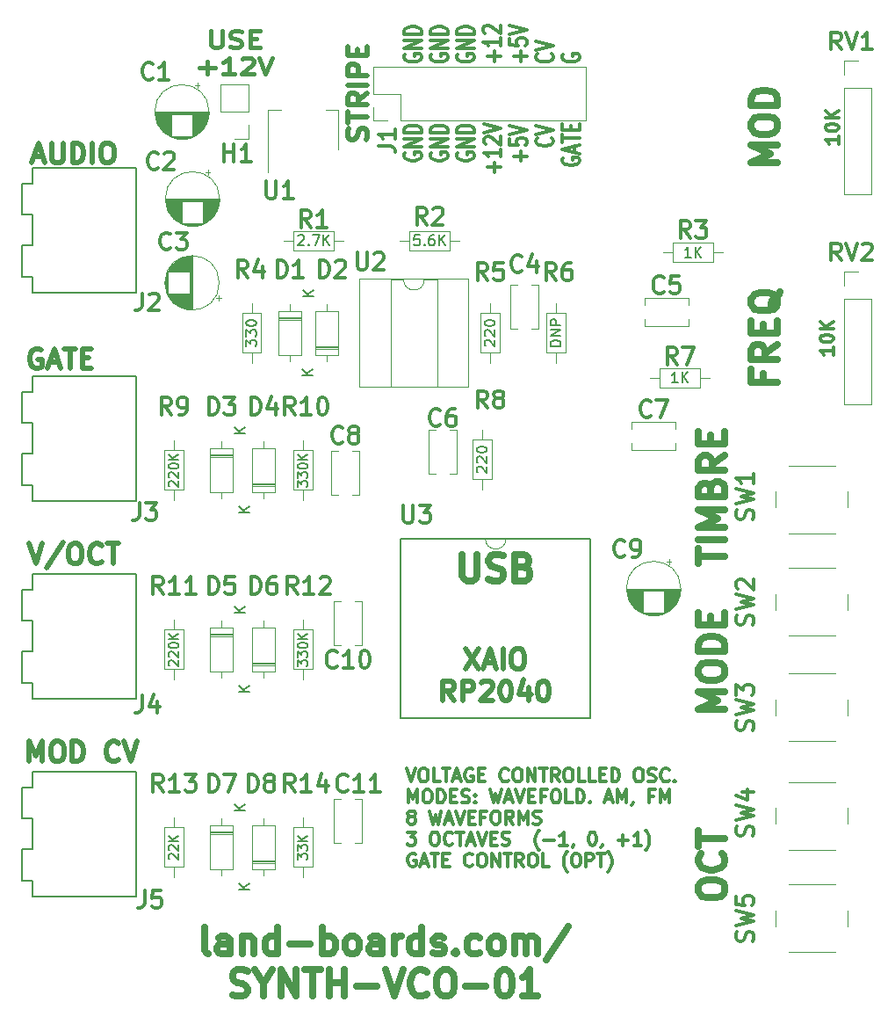
<source format=gto>
%TF.GenerationSoftware,KiCad,Pcbnew,(6.0.1)*%
%TF.CreationDate,2022-10-11T11:00:01-04:00*%
%TF.ProjectId,SYNTH-VCO-01,53594e54-482d-4564-934f-2d30312e6b69,1*%
%TF.SameCoordinates,Original*%
%TF.FileFunction,Legend,Top*%
%TF.FilePolarity,Positive*%
%FSLAX46Y46*%
G04 Gerber Fmt 4.6, Leading zero omitted, Abs format (unit mm)*
G04 Created by KiCad (PCBNEW (6.0.1)) date 2022-10-11 11:00:01*
%MOMM*%
%LPD*%
G01*
G04 APERTURE LIST*
%ADD10C,0.476250*%
%ADD11C,0.635000*%
%ADD12C,0.317500*%
%ADD13C,0.469900*%
%ADD14C,0.381000*%
%ADD15C,0.349250*%
%ADD16C,0.150000*%
%ADD17C,0.120000*%
G04 APERTURE END LIST*
D10*
X129177142Y-83275260D02*
X130447142Y-85180260D01*
X130447142Y-83275260D02*
X129177142Y-85180260D01*
X131082142Y-84635975D02*
X131989285Y-84635975D01*
X130900714Y-85180260D02*
X131535714Y-83275260D01*
X132170714Y-85180260D01*
X132805714Y-85180260D02*
X132805714Y-83275260D01*
X134075714Y-83275260D02*
X134438571Y-83275260D01*
X134620000Y-83365975D01*
X134801428Y-83547403D01*
X134892142Y-83910260D01*
X134892142Y-84545260D01*
X134801428Y-84908117D01*
X134620000Y-85089546D01*
X134438571Y-85180260D01*
X134075714Y-85180260D01*
X133894285Y-85089546D01*
X133712857Y-84908117D01*
X133622142Y-84545260D01*
X133622142Y-83910260D01*
X133712857Y-83547403D01*
X133894285Y-83365975D01*
X134075714Y-83275260D01*
X128088571Y-88247310D02*
X127453571Y-87340167D01*
X127000000Y-88247310D02*
X127000000Y-86342310D01*
X127725714Y-86342310D01*
X127907142Y-86433025D01*
X127997857Y-86523739D01*
X128088571Y-86705167D01*
X128088571Y-86977310D01*
X127997857Y-87158739D01*
X127907142Y-87249453D01*
X127725714Y-87340167D01*
X127000000Y-87340167D01*
X128905000Y-88247310D02*
X128905000Y-86342310D01*
X129630714Y-86342310D01*
X129812142Y-86433025D01*
X129902857Y-86523739D01*
X129993571Y-86705167D01*
X129993571Y-86977310D01*
X129902857Y-87158739D01*
X129812142Y-87249453D01*
X129630714Y-87340167D01*
X128905000Y-87340167D01*
X130719285Y-86523739D02*
X130810000Y-86433025D01*
X130991428Y-86342310D01*
X131445000Y-86342310D01*
X131626428Y-86433025D01*
X131717142Y-86523739D01*
X131807857Y-86705167D01*
X131807857Y-86886596D01*
X131717142Y-87158739D01*
X130628571Y-88247310D01*
X131807857Y-88247310D01*
X132987142Y-86342310D02*
X133168571Y-86342310D01*
X133350000Y-86433025D01*
X133440714Y-86523739D01*
X133531428Y-86705167D01*
X133622142Y-87068025D01*
X133622142Y-87521596D01*
X133531428Y-87884453D01*
X133440714Y-88065882D01*
X133350000Y-88156596D01*
X133168571Y-88247310D01*
X132987142Y-88247310D01*
X132805714Y-88156596D01*
X132715000Y-88065882D01*
X132624285Y-87884453D01*
X132533571Y-87521596D01*
X132533571Y-87068025D01*
X132624285Y-86705167D01*
X132715000Y-86523739D01*
X132805714Y-86433025D01*
X132987142Y-86342310D01*
X135255000Y-86977310D02*
X135255000Y-88247310D01*
X134801428Y-86251596D02*
X134347857Y-87612310D01*
X135527142Y-87612310D01*
X136615714Y-86342310D02*
X136797142Y-86342310D01*
X136978571Y-86433025D01*
X137069285Y-86523739D01*
X137160000Y-86705167D01*
X137250714Y-87068025D01*
X137250714Y-87521596D01*
X137160000Y-87884453D01*
X137069285Y-88065882D01*
X136978571Y-88156596D01*
X136797142Y-88247310D01*
X136615714Y-88247310D01*
X136434285Y-88156596D01*
X136343571Y-88065882D01*
X136252857Y-87884453D01*
X136162142Y-87521596D01*
X136162142Y-87068025D01*
X136252857Y-86705167D01*
X136343571Y-86523739D01*
X136434285Y-86433025D01*
X136615714Y-86342310D01*
X119643071Y-34208357D02*
X119733785Y-33936214D01*
X119733785Y-33482642D01*
X119643071Y-33301214D01*
X119552357Y-33210500D01*
X119370928Y-33119785D01*
X119189500Y-33119785D01*
X119008071Y-33210500D01*
X118917357Y-33301214D01*
X118826642Y-33482642D01*
X118735928Y-33845500D01*
X118645214Y-34026928D01*
X118554500Y-34117642D01*
X118373071Y-34208357D01*
X118191642Y-34208357D01*
X118010214Y-34117642D01*
X117919500Y-34026928D01*
X117828785Y-33845500D01*
X117828785Y-33391928D01*
X117919500Y-33119785D01*
X117828785Y-32575500D02*
X117828785Y-31486928D01*
X119733785Y-32031214D02*
X117828785Y-32031214D01*
X119733785Y-29763357D02*
X118826642Y-30398357D01*
X119733785Y-30851928D02*
X117828785Y-30851928D01*
X117828785Y-30126214D01*
X117919500Y-29944785D01*
X118010214Y-29854071D01*
X118191642Y-29763357D01*
X118463785Y-29763357D01*
X118645214Y-29854071D01*
X118735928Y-29944785D01*
X118826642Y-30126214D01*
X118826642Y-30851928D01*
X119733785Y-28946928D02*
X117828785Y-28946928D01*
X119733785Y-28039785D02*
X117828785Y-28039785D01*
X117828785Y-27314071D01*
X117919500Y-27132642D01*
X118010214Y-27041928D01*
X118191642Y-26951214D01*
X118463785Y-26951214D01*
X118645214Y-27041928D01*
X118735928Y-27132642D01*
X118826642Y-27314071D01*
X118826642Y-28039785D01*
X118735928Y-26134785D02*
X118735928Y-25499785D01*
X119733785Y-25227642D02*
X119733785Y-26134785D01*
X117828785Y-26134785D01*
X117828785Y-25227642D01*
D11*
X159264047Y-36467142D02*
X156724047Y-36467142D01*
X158538333Y-35620476D01*
X156724047Y-34773809D01*
X159264047Y-34773809D01*
X156724047Y-33080476D02*
X156724047Y-32596666D01*
X156845000Y-32354761D01*
X157086904Y-32112857D01*
X157570714Y-31991904D01*
X158417380Y-31991904D01*
X158901190Y-32112857D01*
X159143095Y-32354761D01*
X159264047Y-32596666D01*
X159264047Y-33080476D01*
X159143095Y-33322380D01*
X158901190Y-33564285D01*
X158417380Y-33685238D01*
X157570714Y-33685238D01*
X157086904Y-33564285D01*
X156845000Y-33322380D01*
X156724047Y-33080476D01*
X159264047Y-30903333D02*
X156724047Y-30903333D01*
X156724047Y-30298571D01*
X156845000Y-29935714D01*
X157086904Y-29693809D01*
X157328809Y-29572857D01*
X157812619Y-29451904D01*
X158175476Y-29451904D01*
X158659285Y-29572857D01*
X158901190Y-29693809D01*
X159143095Y-29935714D01*
X159264047Y-30298571D01*
X159264047Y-30903333D01*
D12*
X125920500Y-26004005D02*
X125841880Y-26124958D01*
X125841880Y-26306386D01*
X125920500Y-26487815D01*
X126077738Y-26608767D01*
X126234976Y-26669244D01*
X126549452Y-26729720D01*
X126785309Y-26729720D01*
X127099785Y-26669244D01*
X127257023Y-26608767D01*
X127414261Y-26487815D01*
X127492880Y-26306386D01*
X127492880Y-26185434D01*
X127414261Y-26004005D01*
X127335642Y-25943529D01*
X126785309Y-25943529D01*
X126785309Y-26185434D01*
X127492880Y-25399244D02*
X125841880Y-25399244D01*
X127492880Y-24673529D01*
X125841880Y-24673529D01*
X127492880Y-24068767D02*
X125841880Y-24068767D01*
X125841880Y-23766386D01*
X125920500Y-23584958D01*
X126077738Y-23464005D01*
X126234976Y-23403529D01*
X126549452Y-23343053D01*
X126785309Y-23343053D01*
X127099785Y-23403529D01*
X127257023Y-23464005D01*
X127414261Y-23584958D01*
X127492880Y-23766386D01*
X127492880Y-24068767D01*
X128460500Y-26004005D02*
X128381880Y-26124958D01*
X128381880Y-26306386D01*
X128460500Y-26487815D01*
X128617738Y-26608767D01*
X128774976Y-26669244D01*
X129089452Y-26729720D01*
X129325309Y-26729720D01*
X129639785Y-26669244D01*
X129797023Y-26608767D01*
X129954261Y-26487815D01*
X130032880Y-26306386D01*
X130032880Y-26185434D01*
X129954261Y-26004005D01*
X129875642Y-25943529D01*
X129325309Y-25943529D01*
X129325309Y-26185434D01*
X130032880Y-25399244D02*
X128381880Y-25399244D01*
X130032880Y-24673529D01*
X128381880Y-24673529D01*
X130032880Y-24068767D02*
X128381880Y-24068767D01*
X128381880Y-23766386D01*
X128460500Y-23584958D01*
X128617738Y-23464005D01*
X128774976Y-23403529D01*
X129089452Y-23343053D01*
X129325309Y-23343053D01*
X129639785Y-23403529D01*
X129797023Y-23464005D01*
X129954261Y-23584958D01*
X130032880Y-23766386D01*
X130032880Y-24068767D01*
D13*
X88265000Y-54432200D02*
X88083571Y-54342695D01*
X87811428Y-54342695D01*
X87539285Y-54432200D01*
X87357857Y-54611209D01*
X87267142Y-54790219D01*
X87176428Y-55148238D01*
X87176428Y-55416752D01*
X87267142Y-55774771D01*
X87357857Y-55953780D01*
X87539285Y-56132790D01*
X87811428Y-56222295D01*
X87992857Y-56222295D01*
X88265000Y-56132790D01*
X88355714Y-56043285D01*
X88355714Y-55416752D01*
X87992857Y-55416752D01*
X89081428Y-55685266D02*
X89988571Y-55685266D01*
X88900000Y-56222295D02*
X89535000Y-54342695D01*
X90170000Y-56222295D01*
X90532857Y-54342695D02*
X91621428Y-54342695D01*
X91077142Y-56222295D02*
X91077142Y-54342695D01*
X92256428Y-55237742D02*
X92891428Y-55237742D01*
X93163571Y-56222295D02*
X92256428Y-56222295D01*
X92256428Y-54342695D01*
X93163571Y-54342695D01*
D12*
X137495642Y-34048851D02*
X137574261Y-34109327D01*
X137652880Y-34290755D01*
X137652880Y-34411708D01*
X137574261Y-34593136D01*
X137417023Y-34714089D01*
X137259785Y-34774565D01*
X136945309Y-34835041D01*
X136709452Y-34835041D01*
X136394976Y-34774565D01*
X136237738Y-34714089D01*
X136080500Y-34593136D01*
X136001880Y-34411708D01*
X136001880Y-34290755D01*
X136080500Y-34109327D01*
X136159119Y-34048851D01*
X136001880Y-33685994D02*
X137652880Y-33262660D01*
X136001880Y-32839327D01*
D13*
X87584642Y-35873266D02*
X88491785Y-35873266D01*
X87403214Y-36410295D02*
X88038214Y-34530695D01*
X88673214Y-36410295D01*
X89308214Y-34530695D02*
X89308214Y-36052276D01*
X89398928Y-36231285D01*
X89489642Y-36320790D01*
X89671071Y-36410295D01*
X90033928Y-36410295D01*
X90215357Y-36320790D01*
X90306071Y-36231285D01*
X90396785Y-36052276D01*
X90396785Y-34530695D01*
X91303928Y-36410295D02*
X91303928Y-34530695D01*
X91757500Y-34530695D01*
X92029642Y-34620200D01*
X92211071Y-34799209D01*
X92301785Y-34978219D01*
X92392500Y-35336238D01*
X92392500Y-35604752D01*
X92301785Y-35962771D01*
X92211071Y-36141780D01*
X92029642Y-36320790D01*
X91757500Y-36410295D01*
X91303928Y-36410295D01*
X93208928Y-36410295D02*
X93208928Y-34530695D01*
X94478928Y-34530695D02*
X94841785Y-34530695D01*
X95023214Y-34620200D01*
X95204642Y-34799209D01*
X95295357Y-35157228D01*
X95295357Y-35783761D01*
X95204642Y-36141780D01*
X95023214Y-36320790D01*
X94841785Y-36410295D01*
X94478928Y-36410295D01*
X94297500Y-36320790D01*
X94116071Y-36141780D01*
X94025357Y-35783761D01*
X94025357Y-35157228D01*
X94116071Y-34799209D01*
X94297500Y-34620200D01*
X94478928Y-34530695D01*
D12*
X134483928Y-26671244D02*
X134483928Y-25703625D01*
X135112880Y-26187434D02*
X133854976Y-26187434D01*
X133461880Y-24494101D02*
X133461880Y-25098863D01*
X134248071Y-25159339D01*
X134169452Y-25098863D01*
X134090833Y-24977910D01*
X134090833Y-24675529D01*
X134169452Y-24554577D01*
X134248071Y-24494101D01*
X134405309Y-24433625D01*
X134798404Y-24433625D01*
X134955642Y-24494101D01*
X135034261Y-24554577D01*
X135112880Y-24675529D01*
X135112880Y-24977910D01*
X135034261Y-25098863D01*
X134955642Y-25159339D01*
X133461880Y-24070767D02*
X135112880Y-23647434D01*
X133461880Y-23224101D01*
D11*
X151644047Y-106619523D02*
X151644047Y-106135714D01*
X151765000Y-105893809D01*
X152006904Y-105651904D01*
X152490714Y-105530952D01*
X153337380Y-105530952D01*
X153821190Y-105651904D01*
X154063095Y-105893809D01*
X154184047Y-106135714D01*
X154184047Y-106619523D01*
X154063095Y-106861428D01*
X153821190Y-107103333D01*
X153337380Y-107224285D01*
X152490714Y-107224285D01*
X152006904Y-107103333D01*
X151765000Y-106861428D01*
X151644047Y-106619523D01*
X153942142Y-102990952D02*
X154063095Y-103111904D01*
X154184047Y-103474761D01*
X154184047Y-103716666D01*
X154063095Y-104079523D01*
X153821190Y-104321428D01*
X153579285Y-104442380D01*
X153095476Y-104563333D01*
X152732619Y-104563333D01*
X152248809Y-104442380D01*
X152006904Y-104321428D01*
X151765000Y-104079523D01*
X151644047Y-103716666D01*
X151644047Y-103474761D01*
X151765000Y-103111904D01*
X151885952Y-102990952D01*
X151644047Y-102265238D02*
X151644047Y-100813809D01*
X154184047Y-101539523D02*
X151644047Y-101539523D01*
X104418190Y-112642347D02*
X104176285Y-112521395D01*
X104055333Y-112279490D01*
X104055333Y-110102347D01*
X106474380Y-112642347D02*
X106474380Y-111311871D01*
X106353428Y-111069966D01*
X106111523Y-110949014D01*
X105627714Y-110949014D01*
X105385809Y-111069966D01*
X106474380Y-112521395D02*
X106232476Y-112642347D01*
X105627714Y-112642347D01*
X105385809Y-112521395D01*
X105264857Y-112279490D01*
X105264857Y-112037585D01*
X105385809Y-111795680D01*
X105627714Y-111674728D01*
X106232476Y-111674728D01*
X106474380Y-111553776D01*
X107683904Y-110949014D02*
X107683904Y-112642347D01*
X107683904Y-111190919D02*
X107804857Y-111069966D01*
X108046761Y-110949014D01*
X108409619Y-110949014D01*
X108651523Y-111069966D01*
X108772476Y-111311871D01*
X108772476Y-112642347D01*
X111070571Y-112642347D02*
X111070571Y-110102347D01*
X111070571Y-112521395D02*
X110828666Y-112642347D01*
X110344857Y-112642347D01*
X110102952Y-112521395D01*
X109982000Y-112400442D01*
X109861047Y-112158538D01*
X109861047Y-111432823D01*
X109982000Y-111190919D01*
X110102952Y-111069966D01*
X110344857Y-110949014D01*
X110828666Y-110949014D01*
X111070571Y-111069966D01*
X112280095Y-111674728D02*
X114215333Y-111674728D01*
X115424857Y-112642347D02*
X115424857Y-110102347D01*
X115424857Y-111069966D02*
X115666761Y-110949014D01*
X116150571Y-110949014D01*
X116392476Y-111069966D01*
X116513428Y-111190919D01*
X116634380Y-111432823D01*
X116634380Y-112158538D01*
X116513428Y-112400442D01*
X116392476Y-112521395D01*
X116150571Y-112642347D01*
X115666761Y-112642347D01*
X115424857Y-112521395D01*
X118085809Y-112642347D02*
X117843904Y-112521395D01*
X117722952Y-112400442D01*
X117602000Y-112158538D01*
X117602000Y-111432823D01*
X117722952Y-111190919D01*
X117843904Y-111069966D01*
X118085809Y-110949014D01*
X118448666Y-110949014D01*
X118690571Y-111069966D01*
X118811523Y-111190919D01*
X118932476Y-111432823D01*
X118932476Y-112158538D01*
X118811523Y-112400442D01*
X118690571Y-112521395D01*
X118448666Y-112642347D01*
X118085809Y-112642347D01*
X121109619Y-112642347D02*
X121109619Y-111311871D01*
X120988666Y-111069966D01*
X120746761Y-110949014D01*
X120262952Y-110949014D01*
X120021047Y-111069966D01*
X121109619Y-112521395D02*
X120867714Y-112642347D01*
X120262952Y-112642347D01*
X120021047Y-112521395D01*
X119900095Y-112279490D01*
X119900095Y-112037585D01*
X120021047Y-111795680D01*
X120262952Y-111674728D01*
X120867714Y-111674728D01*
X121109619Y-111553776D01*
X122319142Y-112642347D02*
X122319142Y-110949014D01*
X122319142Y-111432823D02*
X122440095Y-111190919D01*
X122561047Y-111069966D01*
X122802952Y-110949014D01*
X123044857Y-110949014D01*
X124980095Y-112642347D02*
X124980095Y-110102347D01*
X124980095Y-112521395D02*
X124738190Y-112642347D01*
X124254380Y-112642347D01*
X124012476Y-112521395D01*
X123891523Y-112400442D01*
X123770571Y-112158538D01*
X123770571Y-111432823D01*
X123891523Y-111190919D01*
X124012476Y-111069966D01*
X124254380Y-110949014D01*
X124738190Y-110949014D01*
X124980095Y-111069966D01*
X126068666Y-112521395D02*
X126310571Y-112642347D01*
X126794380Y-112642347D01*
X127036285Y-112521395D01*
X127157238Y-112279490D01*
X127157238Y-112158538D01*
X127036285Y-111916633D01*
X126794380Y-111795680D01*
X126431523Y-111795680D01*
X126189619Y-111674728D01*
X126068666Y-111432823D01*
X126068666Y-111311871D01*
X126189619Y-111069966D01*
X126431523Y-110949014D01*
X126794380Y-110949014D01*
X127036285Y-111069966D01*
X128245809Y-112400442D02*
X128366761Y-112521395D01*
X128245809Y-112642347D01*
X128124857Y-112521395D01*
X128245809Y-112400442D01*
X128245809Y-112642347D01*
X130543904Y-112521395D02*
X130302000Y-112642347D01*
X129818190Y-112642347D01*
X129576285Y-112521395D01*
X129455333Y-112400442D01*
X129334380Y-112158538D01*
X129334380Y-111432823D01*
X129455333Y-111190919D01*
X129576285Y-111069966D01*
X129818190Y-110949014D01*
X130302000Y-110949014D01*
X130543904Y-111069966D01*
X131995333Y-112642347D02*
X131753428Y-112521395D01*
X131632476Y-112400442D01*
X131511523Y-112158538D01*
X131511523Y-111432823D01*
X131632476Y-111190919D01*
X131753428Y-111069966D01*
X131995333Y-110949014D01*
X132358190Y-110949014D01*
X132600095Y-111069966D01*
X132721047Y-111190919D01*
X132842000Y-111432823D01*
X132842000Y-112158538D01*
X132721047Y-112400442D01*
X132600095Y-112521395D01*
X132358190Y-112642347D01*
X131995333Y-112642347D01*
X133930571Y-112642347D02*
X133930571Y-110949014D01*
X133930571Y-111190919D02*
X134051523Y-111069966D01*
X134293428Y-110949014D01*
X134656285Y-110949014D01*
X134898190Y-111069966D01*
X135019142Y-111311871D01*
X135019142Y-112642347D01*
X135019142Y-111311871D02*
X135140095Y-111069966D01*
X135382000Y-110949014D01*
X135744857Y-110949014D01*
X135986761Y-111069966D01*
X136107714Y-111311871D01*
X136107714Y-112642347D01*
X139131523Y-109981395D02*
X136954380Y-113247109D01*
X106716285Y-116610795D02*
X107079142Y-116731747D01*
X107683904Y-116731747D01*
X107925809Y-116610795D01*
X108046761Y-116489842D01*
X108167714Y-116247938D01*
X108167714Y-116006033D01*
X108046761Y-115764128D01*
X107925809Y-115643176D01*
X107683904Y-115522223D01*
X107200095Y-115401271D01*
X106958190Y-115280319D01*
X106837238Y-115159366D01*
X106716285Y-114917461D01*
X106716285Y-114675557D01*
X106837238Y-114433652D01*
X106958190Y-114312700D01*
X107200095Y-114191747D01*
X107804857Y-114191747D01*
X108167714Y-114312700D01*
X109740095Y-115522223D02*
X109740095Y-116731747D01*
X108893428Y-114191747D02*
X109740095Y-115522223D01*
X110586761Y-114191747D01*
X111433428Y-116731747D02*
X111433428Y-114191747D01*
X112884857Y-116731747D01*
X112884857Y-114191747D01*
X113731523Y-114191747D02*
X115182952Y-114191747D01*
X114457238Y-116731747D02*
X114457238Y-114191747D01*
X116029619Y-116731747D02*
X116029619Y-114191747D01*
X116029619Y-115401271D02*
X117481047Y-115401271D01*
X117481047Y-116731747D02*
X117481047Y-114191747D01*
X118690571Y-115764128D02*
X120625809Y-115764128D01*
X121472476Y-114191747D02*
X122319142Y-116731747D01*
X123165809Y-114191747D01*
X125463904Y-116489842D02*
X125342952Y-116610795D01*
X124980095Y-116731747D01*
X124738190Y-116731747D01*
X124375333Y-116610795D01*
X124133428Y-116368890D01*
X124012476Y-116126985D01*
X123891523Y-115643176D01*
X123891523Y-115280319D01*
X124012476Y-114796509D01*
X124133428Y-114554604D01*
X124375333Y-114312700D01*
X124738190Y-114191747D01*
X124980095Y-114191747D01*
X125342952Y-114312700D01*
X125463904Y-114433652D01*
X127036285Y-114191747D02*
X127520095Y-114191747D01*
X127762000Y-114312700D01*
X128003904Y-114554604D01*
X128124857Y-115038414D01*
X128124857Y-115885080D01*
X128003904Y-116368890D01*
X127762000Y-116610795D01*
X127520095Y-116731747D01*
X127036285Y-116731747D01*
X126794380Y-116610795D01*
X126552476Y-116368890D01*
X126431523Y-115885080D01*
X126431523Y-115038414D01*
X126552476Y-114554604D01*
X126794380Y-114312700D01*
X127036285Y-114191747D01*
X129213428Y-115764128D02*
X131148666Y-115764128D01*
X132842000Y-114191747D02*
X133083904Y-114191747D01*
X133325809Y-114312700D01*
X133446761Y-114433652D01*
X133567714Y-114675557D01*
X133688666Y-115159366D01*
X133688666Y-115764128D01*
X133567714Y-116247938D01*
X133446761Y-116489842D01*
X133325809Y-116610795D01*
X133083904Y-116731747D01*
X132842000Y-116731747D01*
X132600095Y-116610795D01*
X132479142Y-116489842D01*
X132358190Y-116247938D01*
X132237238Y-115764128D01*
X132237238Y-115159366D01*
X132358190Y-114675557D01*
X132479142Y-114433652D01*
X132600095Y-114312700D01*
X132842000Y-114191747D01*
X136107714Y-116731747D02*
X134656285Y-116731747D01*
X135382000Y-116731747D02*
X135382000Y-114191747D01*
X135140095Y-114554604D01*
X134898190Y-114796509D01*
X134656285Y-114917461D01*
D12*
X123380500Y-35489232D02*
X123301880Y-35610184D01*
X123301880Y-35791613D01*
X123380500Y-35973041D01*
X123537738Y-36093994D01*
X123694976Y-36154470D01*
X124009452Y-36214946D01*
X124245309Y-36214946D01*
X124559785Y-36154470D01*
X124717023Y-36093994D01*
X124874261Y-35973041D01*
X124952880Y-35791613D01*
X124952880Y-35670660D01*
X124874261Y-35489232D01*
X124795642Y-35428755D01*
X124245309Y-35428755D01*
X124245309Y-35670660D01*
X124952880Y-34884470D02*
X123301880Y-34884470D01*
X124952880Y-34158755D01*
X123301880Y-34158755D01*
X124952880Y-33553994D02*
X123301880Y-33553994D01*
X123301880Y-33251613D01*
X123380500Y-33070184D01*
X123537738Y-32949232D01*
X123694976Y-32888755D01*
X124009452Y-32828279D01*
X124245309Y-32828279D01*
X124559785Y-32888755D01*
X124717023Y-32949232D01*
X124874261Y-33070184D01*
X124952880Y-33251613D01*
X124952880Y-33553994D01*
D10*
X87131071Y-73124785D02*
X87766071Y-75029785D01*
X88401071Y-73124785D01*
X90396785Y-73034071D02*
X88763928Y-75483357D01*
X91394642Y-73124785D02*
X91757500Y-73124785D01*
X91938928Y-73215500D01*
X92120357Y-73396928D01*
X92211071Y-73759785D01*
X92211071Y-74394785D01*
X92120357Y-74757642D01*
X91938928Y-74939071D01*
X91757500Y-75029785D01*
X91394642Y-75029785D01*
X91213214Y-74939071D01*
X91031785Y-74757642D01*
X90941071Y-74394785D01*
X90941071Y-73759785D01*
X91031785Y-73396928D01*
X91213214Y-73215500D01*
X91394642Y-73124785D01*
X94116071Y-74848357D02*
X94025357Y-74939071D01*
X93753214Y-75029785D01*
X93571785Y-75029785D01*
X93299642Y-74939071D01*
X93118214Y-74757642D01*
X93027500Y-74576214D01*
X92936785Y-74213357D01*
X92936785Y-73941214D01*
X93027500Y-73578357D01*
X93118214Y-73396928D01*
X93299642Y-73215500D01*
X93571785Y-73124785D01*
X93753214Y-73124785D01*
X94025357Y-73215500D01*
X94116071Y-73306214D01*
X94660357Y-73124785D02*
X95748928Y-73124785D01*
X95204642Y-75029785D02*
X95204642Y-73124785D01*
D12*
X131973928Y-37363994D02*
X131973928Y-36396375D01*
X132602880Y-36880184D02*
X131344976Y-36880184D01*
X132602880Y-35126375D02*
X132602880Y-35852089D01*
X132602880Y-35489232D02*
X130951880Y-35489232D01*
X131187738Y-35610184D01*
X131344976Y-35731136D01*
X131423595Y-35852089D01*
X131109119Y-34642565D02*
X131030500Y-34582089D01*
X130951880Y-34461136D01*
X130951880Y-34158755D01*
X131030500Y-34037803D01*
X131109119Y-33977327D01*
X131266357Y-33916851D01*
X131423595Y-33916851D01*
X131659452Y-33977327D01*
X132602880Y-34703041D01*
X132602880Y-33916851D01*
X130951880Y-33553994D02*
X132602880Y-33130660D01*
X130951880Y-32707327D01*
D11*
X151644047Y-75050952D02*
X151644047Y-73599523D01*
X154184047Y-74325238D02*
X151644047Y-74325238D01*
X154184047Y-72752857D02*
X151644047Y-72752857D01*
X154184047Y-71543333D02*
X151644047Y-71543333D01*
X153458333Y-70696666D01*
X151644047Y-69850000D01*
X154184047Y-69850000D01*
X152853571Y-67793809D02*
X152974523Y-67430952D01*
X153095476Y-67310000D01*
X153337380Y-67189047D01*
X153700238Y-67189047D01*
X153942142Y-67310000D01*
X154063095Y-67430952D01*
X154184047Y-67672857D01*
X154184047Y-68640476D01*
X151644047Y-68640476D01*
X151644047Y-67793809D01*
X151765000Y-67551904D01*
X151885952Y-67430952D01*
X152127857Y-67310000D01*
X152369761Y-67310000D01*
X152611666Y-67430952D01*
X152732619Y-67551904D01*
X152853571Y-67793809D01*
X152853571Y-68640476D01*
X154184047Y-64649047D02*
X152974523Y-65495714D01*
X154184047Y-66100476D02*
X151644047Y-66100476D01*
X151644047Y-65132857D01*
X151765000Y-64890952D01*
X151885952Y-64770000D01*
X152127857Y-64649047D01*
X152490714Y-64649047D01*
X152732619Y-64770000D01*
X152853571Y-64890952D01*
X152974523Y-65132857D01*
X152974523Y-66100476D01*
X152853571Y-63560476D02*
X152853571Y-62713809D01*
X154184047Y-62350952D02*
X154184047Y-63560476D01*
X151644047Y-63560476D01*
X151644047Y-62350952D01*
D12*
X134483928Y-36286470D02*
X134483928Y-35318851D01*
X135112880Y-35802660D02*
X133854976Y-35802660D01*
X133461880Y-34109327D02*
X133461880Y-34714089D01*
X134248071Y-34774565D01*
X134169452Y-34714089D01*
X134090833Y-34593136D01*
X134090833Y-34290755D01*
X134169452Y-34169803D01*
X134248071Y-34109327D01*
X134405309Y-34048851D01*
X134798404Y-34048851D01*
X134955642Y-34109327D01*
X135034261Y-34169803D01*
X135112880Y-34290755D01*
X135112880Y-34593136D01*
X135034261Y-34714089D01*
X134955642Y-34774565D01*
X133461880Y-33685994D02*
X135112880Y-33262660D01*
X133461880Y-32839327D01*
X128460500Y-35489232D02*
X128381880Y-35610184D01*
X128381880Y-35791613D01*
X128460500Y-35973041D01*
X128617738Y-36093994D01*
X128774976Y-36154470D01*
X129089452Y-36214946D01*
X129325309Y-36214946D01*
X129639785Y-36154470D01*
X129797023Y-36093994D01*
X129954261Y-35973041D01*
X130032880Y-35791613D01*
X130032880Y-35670660D01*
X129954261Y-35489232D01*
X129875642Y-35428755D01*
X129325309Y-35428755D01*
X129325309Y-35670660D01*
X130032880Y-34884470D02*
X128381880Y-34884470D01*
X130032880Y-34158755D01*
X128381880Y-34158755D01*
X130032880Y-33553994D02*
X128381880Y-33553994D01*
X128381880Y-33251613D01*
X128460500Y-33070184D01*
X128617738Y-32949232D01*
X128774976Y-32888755D01*
X129089452Y-32828279D01*
X129325309Y-32828279D01*
X129639785Y-32888755D01*
X129797023Y-32949232D01*
X129954261Y-33070184D01*
X130032880Y-33251613D01*
X130032880Y-33553994D01*
X138620500Y-35971994D02*
X138541880Y-36092946D01*
X138541880Y-36274375D01*
X138620500Y-36455803D01*
X138777738Y-36576755D01*
X138934976Y-36637232D01*
X139249452Y-36697708D01*
X139485309Y-36697708D01*
X139799785Y-36637232D01*
X139957023Y-36576755D01*
X140114261Y-36455803D01*
X140192880Y-36274375D01*
X140192880Y-36153422D01*
X140114261Y-35971994D01*
X140035642Y-35911517D01*
X139485309Y-35911517D01*
X139485309Y-36153422D01*
X139721166Y-35427708D02*
X139721166Y-34822946D01*
X140192880Y-35548660D02*
X138541880Y-35125327D01*
X140192880Y-34701994D01*
X138541880Y-34460089D02*
X138541880Y-33734375D01*
X140192880Y-34097232D02*
X138541880Y-34097232D01*
X139328071Y-33311041D02*
X139328071Y-32887708D01*
X140192880Y-32706279D02*
X140192880Y-33311041D01*
X138541880Y-33311041D01*
X138541880Y-32706279D01*
D10*
X87122000Y-94079785D02*
X87122000Y-92174785D01*
X87757000Y-93535500D01*
X88392000Y-92174785D01*
X88392000Y-94079785D01*
X89662000Y-92174785D02*
X90024857Y-92174785D01*
X90206285Y-92265500D01*
X90387714Y-92446928D01*
X90478428Y-92809785D01*
X90478428Y-93444785D01*
X90387714Y-93807642D01*
X90206285Y-93989071D01*
X90024857Y-94079785D01*
X89662000Y-94079785D01*
X89480571Y-93989071D01*
X89299142Y-93807642D01*
X89208428Y-93444785D01*
X89208428Y-92809785D01*
X89299142Y-92446928D01*
X89480571Y-92265500D01*
X89662000Y-92174785D01*
X91294857Y-94079785D02*
X91294857Y-92174785D01*
X91748428Y-92174785D01*
X92020571Y-92265500D01*
X92202000Y-92446928D01*
X92292714Y-92628357D01*
X92383428Y-92991214D01*
X92383428Y-93263357D01*
X92292714Y-93626214D01*
X92202000Y-93807642D01*
X92020571Y-93989071D01*
X91748428Y-94079785D01*
X91294857Y-94079785D01*
X95739857Y-93898357D02*
X95649142Y-93989071D01*
X95377000Y-94079785D01*
X95195571Y-94079785D01*
X94923428Y-93989071D01*
X94742000Y-93807642D01*
X94651285Y-93626214D01*
X94560571Y-93263357D01*
X94560571Y-92991214D01*
X94651285Y-92628357D01*
X94742000Y-92446928D01*
X94923428Y-92265500D01*
X95195571Y-92174785D01*
X95377000Y-92174785D01*
X95649142Y-92265500D01*
X95739857Y-92356214D01*
X96284142Y-92174785D02*
X96919142Y-94079785D01*
X97554142Y-92174785D01*
D12*
X137495642Y-25943529D02*
X137574261Y-26004005D01*
X137652880Y-26185434D01*
X137652880Y-26306386D01*
X137574261Y-26487815D01*
X137417023Y-26608767D01*
X137259785Y-26669244D01*
X136945309Y-26729720D01*
X136709452Y-26729720D01*
X136394976Y-26669244D01*
X136237738Y-26608767D01*
X136080500Y-26487815D01*
X136001880Y-26306386D01*
X136001880Y-26185434D01*
X136080500Y-26004005D01*
X136159119Y-25943529D01*
X136001880Y-25580672D02*
X137652880Y-25157339D01*
X136001880Y-24734005D01*
D11*
X128874761Y-74174047D02*
X128874761Y-76230238D01*
X128995714Y-76472142D01*
X129116666Y-76593095D01*
X129358571Y-76714047D01*
X129842380Y-76714047D01*
X130084285Y-76593095D01*
X130205238Y-76472142D01*
X130326190Y-76230238D01*
X130326190Y-74174047D01*
X131414761Y-76593095D02*
X131777619Y-76714047D01*
X132382380Y-76714047D01*
X132624285Y-76593095D01*
X132745238Y-76472142D01*
X132866190Y-76230238D01*
X132866190Y-75988333D01*
X132745238Y-75746428D01*
X132624285Y-75625476D01*
X132382380Y-75504523D01*
X131898571Y-75383571D01*
X131656666Y-75262619D01*
X131535714Y-75141666D01*
X131414761Y-74899761D01*
X131414761Y-74657857D01*
X131535714Y-74415952D01*
X131656666Y-74295000D01*
X131898571Y-74174047D01*
X132503333Y-74174047D01*
X132866190Y-74295000D01*
X134801428Y-75383571D02*
X135164285Y-75504523D01*
X135285238Y-75625476D01*
X135406190Y-75867380D01*
X135406190Y-76230238D01*
X135285238Y-76472142D01*
X135164285Y-76593095D01*
X134922380Y-76714047D01*
X133954761Y-76714047D01*
X133954761Y-74174047D01*
X134801428Y-74174047D01*
X135043333Y-74295000D01*
X135164285Y-74415952D01*
X135285238Y-74657857D01*
X135285238Y-74899761D01*
X135164285Y-75141666D01*
X135043333Y-75262619D01*
X134801428Y-75383571D01*
X133954761Y-75383571D01*
X157933571Y-56726666D02*
X157933571Y-57573333D01*
X159264047Y-57573333D02*
X156724047Y-57573333D01*
X156724047Y-56363809D01*
X159264047Y-53944761D02*
X158054523Y-54791428D01*
X159264047Y-55396190D02*
X156724047Y-55396190D01*
X156724047Y-54428571D01*
X156845000Y-54186666D01*
X156965952Y-54065714D01*
X157207857Y-53944761D01*
X157570714Y-53944761D01*
X157812619Y-54065714D01*
X157933571Y-54186666D01*
X158054523Y-54428571D01*
X158054523Y-55396190D01*
X157933571Y-52856190D02*
X157933571Y-52009523D01*
X159264047Y-51646666D02*
X159264047Y-52856190D01*
X156724047Y-52856190D01*
X156724047Y-51646666D01*
X159505952Y-48864761D02*
X159385000Y-49106666D01*
X159143095Y-49348571D01*
X158780238Y-49711428D01*
X158659285Y-49953333D01*
X158659285Y-50195238D01*
X159264047Y-50074285D02*
X159143095Y-50316190D01*
X158901190Y-50558095D01*
X158417380Y-50679047D01*
X157570714Y-50679047D01*
X157086904Y-50558095D01*
X156845000Y-50316190D01*
X156724047Y-50074285D01*
X156724047Y-49590476D01*
X156845000Y-49348571D01*
X157086904Y-49106666D01*
X157570714Y-48985714D01*
X158417380Y-48985714D01*
X158901190Y-49106666D01*
X159143095Y-49348571D01*
X159264047Y-49590476D01*
X159264047Y-50074285D01*
D12*
X131943928Y-26671244D02*
X131943928Y-25703625D01*
X132572880Y-26187434D02*
X131314976Y-26187434D01*
X132572880Y-24433625D02*
X132572880Y-25159339D01*
X132572880Y-24796482D02*
X130921880Y-24796482D01*
X131157738Y-24917434D01*
X131314976Y-25038386D01*
X131393595Y-25159339D01*
X131079119Y-23949815D02*
X131000500Y-23889339D01*
X130921880Y-23768386D01*
X130921880Y-23466005D01*
X131000500Y-23345053D01*
X131079119Y-23284577D01*
X131236357Y-23224101D01*
X131393595Y-23224101D01*
X131629452Y-23284577D01*
X132572880Y-24010291D01*
X132572880Y-23224101D01*
X123380500Y-26004005D02*
X123301880Y-26124958D01*
X123301880Y-26306386D01*
X123380500Y-26487815D01*
X123537738Y-26608767D01*
X123694976Y-26669244D01*
X124009452Y-26729720D01*
X124245309Y-26729720D01*
X124559785Y-26669244D01*
X124717023Y-26608767D01*
X124874261Y-26487815D01*
X124952880Y-26306386D01*
X124952880Y-26185434D01*
X124874261Y-26004005D01*
X124795642Y-25943529D01*
X124245309Y-25943529D01*
X124245309Y-26185434D01*
X124952880Y-25399244D02*
X123301880Y-25399244D01*
X124952880Y-24673529D01*
X123301880Y-24673529D01*
X124952880Y-24068767D02*
X123301880Y-24068767D01*
X123301880Y-23766386D01*
X123380500Y-23584958D01*
X123537738Y-23464005D01*
X123694976Y-23403529D01*
X124009452Y-23343053D01*
X124245309Y-23343053D01*
X124559785Y-23403529D01*
X124717023Y-23464005D01*
X124874261Y-23584958D01*
X124952880Y-23766386D01*
X124952880Y-24068767D01*
D11*
X154184047Y-89051190D02*
X151644047Y-89051190D01*
X153458333Y-88204523D01*
X151644047Y-87357857D01*
X154184047Y-87357857D01*
X151644047Y-85664523D02*
X151644047Y-85180714D01*
X151765000Y-84938809D01*
X152006904Y-84696904D01*
X152490714Y-84575952D01*
X153337380Y-84575952D01*
X153821190Y-84696904D01*
X154063095Y-84938809D01*
X154184047Y-85180714D01*
X154184047Y-85664523D01*
X154063095Y-85906428D01*
X153821190Y-86148333D01*
X153337380Y-86269285D01*
X152490714Y-86269285D01*
X152006904Y-86148333D01*
X151765000Y-85906428D01*
X151644047Y-85664523D01*
X154184047Y-83487380D02*
X151644047Y-83487380D01*
X151644047Y-82882619D01*
X151765000Y-82519761D01*
X152006904Y-82277857D01*
X152248809Y-82156904D01*
X152732619Y-82035952D01*
X153095476Y-82035952D01*
X153579285Y-82156904D01*
X153821190Y-82277857D01*
X154063095Y-82519761D01*
X154184047Y-82882619D01*
X154184047Y-83487380D01*
X152853571Y-80947380D02*
X152853571Y-80100714D01*
X154184047Y-79737857D02*
X154184047Y-80947380D01*
X151644047Y-80947380D01*
X151644047Y-79737857D01*
D12*
X123517327Y-94783123D02*
X123940660Y-96053123D01*
X124363994Y-94783123D01*
X125029232Y-94783123D02*
X125271136Y-94783123D01*
X125392089Y-94843600D01*
X125513041Y-94964552D01*
X125573517Y-95206457D01*
X125573517Y-95629790D01*
X125513041Y-95871695D01*
X125392089Y-95992647D01*
X125271136Y-96053123D01*
X125029232Y-96053123D01*
X124908279Y-95992647D01*
X124787327Y-95871695D01*
X124726851Y-95629790D01*
X124726851Y-95206457D01*
X124787327Y-94964552D01*
X124908279Y-94843600D01*
X125029232Y-94783123D01*
X126722565Y-96053123D02*
X126117803Y-96053123D01*
X126117803Y-94783123D01*
X126964470Y-94783123D02*
X127690184Y-94783123D01*
X127327327Y-96053123D02*
X127327327Y-94783123D01*
X128053041Y-95690266D02*
X128657803Y-95690266D01*
X127932089Y-96053123D02*
X128355422Y-94783123D01*
X128778755Y-96053123D01*
X129867327Y-94843600D02*
X129746375Y-94783123D01*
X129564946Y-94783123D01*
X129383517Y-94843600D01*
X129262565Y-94964552D01*
X129202089Y-95085504D01*
X129141613Y-95327409D01*
X129141613Y-95508838D01*
X129202089Y-95750742D01*
X129262565Y-95871695D01*
X129383517Y-95992647D01*
X129564946Y-96053123D01*
X129685898Y-96053123D01*
X129867327Y-95992647D01*
X129927803Y-95932171D01*
X129927803Y-95508838D01*
X129685898Y-95508838D01*
X130472089Y-95387885D02*
X130895422Y-95387885D01*
X131076851Y-96053123D02*
X130472089Y-96053123D01*
X130472089Y-94783123D01*
X131076851Y-94783123D01*
X133314470Y-95932171D02*
X133253994Y-95992647D01*
X133072565Y-96053123D01*
X132951613Y-96053123D01*
X132770184Y-95992647D01*
X132649232Y-95871695D01*
X132588755Y-95750742D01*
X132528279Y-95508838D01*
X132528279Y-95327409D01*
X132588755Y-95085504D01*
X132649232Y-94964552D01*
X132770184Y-94843600D01*
X132951613Y-94783123D01*
X133072565Y-94783123D01*
X133253994Y-94843600D01*
X133314470Y-94904076D01*
X134100660Y-94783123D02*
X134342565Y-94783123D01*
X134463517Y-94843600D01*
X134584470Y-94964552D01*
X134644946Y-95206457D01*
X134644946Y-95629790D01*
X134584470Y-95871695D01*
X134463517Y-95992647D01*
X134342565Y-96053123D01*
X134100660Y-96053123D01*
X133979708Y-95992647D01*
X133858755Y-95871695D01*
X133798279Y-95629790D01*
X133798279Y-95206457D01*
X133858755Y-94964552D01*
X133979708Y-94843600D01*
X134100660Y-94783123D01*
X135189232Y-96053123D02*
X135189232Y-94783123D01*
X135914946Y-96053123D01*
X135914946Y-94783123D01*
X136338279Y-94783123D02*
X137063994Y-94783123D01*
X136701136Y-96053123D02*
X136701136Y-94783123D01*
X138213041Y-96053123D02*
X137789708Y-95448361D01*
X137487327Y-96053123D02*
X137487327Y-94783123D01*
X137971136Y-94783123D01*
X138092089Y-94843600D01*
X138152565Y-94904076D01*
X138213041Y-95025028D01*
X138213041Y-95206457D01*
X138152565Y-95327409D01*
X138092089Y-95387885D01*
X137971136Y-95448361D01*
X137487327Y-95448361D01*
X138999232Y-94783123D02*
X139241136Y-94783123D01*
X139362089Y-94843600D01*
X139483041Y-94964552D01*
X139543517Y-95206457D01*
X139543517Y-95629790D01*
X139483041Y-95871695D01*
X139362089Y-95992647D01*
X139241136Y-96053123D01*
X138999232Y-96053123D01*
X138878279Y-95992647D01*
X138757327Y-95871695D01*
X138696851Y-95629790D01*
X138696851Y-95206457D01*
X138757327Y-94964552D01*
X138878279Y-94843600D01*
X138999232Y-94783123D01*
X140692565Y-96053123D02*
X140087803Y-96053123D01*
X140087803Y-94783123D01*
X141720660Y-96053123D02*
X141115898Y-96053123D01*
X141115898Y-94783123D01*
X142143994Y-95387885D02*
X142567327Y-95387885D01*
X142748755Y-96053123D02*
X142143994Y-96053123D01*
X142143994Y-94783123D01*
X142748755Y-94783123D01*
X143293041Y-96053123D02*
X143293041Y-94783123D01*
X143595422Y-94783123D01*
X143776851Y-94843600D01*
X143897803Y-94964552D01*
X143958279Y-95085504D01*
X144018755Y-95327409D01*
X144018755Y-95508838D01*
X143958279Y-95750742D01*
X143897803Y-95871695D01*
X143776851Y-95992647D01*
X143595422Y-96053123D01*
X143293041Y-96053123D01*
X145772565Y-94783123D02*
X146014470Y-94783123D01*
X146135422Y-94843600D01*
X146256375Y-94964552D01*
X146316851Y-95206457D01*
X146316851Y-95629790D01*
X146256375Y-95871695D01*
X146135422Y-95992647D01*
X146014470Y-96053123D01*
X145772565Y-96053123D01*
X145651613Y-95992647D01*
X145530660Y-95871695D01*
X145470184Y-95629790D01*
X145470184Y-95206457D01*
X145530660Y-94964552D01*
X145651613Y-94843600D01*
X145772565Y-94783123D01*
X146800660Y-95992647D02*
X146982089Y-96053123D01*
X147284470Y-96053123D01*
X147405422Y-95992647D01*
X147465898Y-95932171D01*
X147526375Y-95811219D01*
X147526375Y-95690266D01*
X147465898Y-95569314D01*
X147405422Y-95508838D01*
X147284470Y-95448361D01*
X147042565Y-95387885D01*
X146921613Y-95327409D01*
X146861136Y-95266933D01*
X146800660Y-95145980D01*
X146800660Y-95025028D01*
X146861136Y-94904076D01*
X146921613Y-94843600D01*
X147042565Y-94783123D01*
X147344946Y-94783123D01*
X147526375Y-94843600D01*
X148796375Y-95932171D02*
X148735898Y-95992647D01*
X148554470Y-96053123D01*
X148433517Y-96053123D01*
X148252089Y-95992647D01*
X148131136Y-95871695D01*
X148070660Y-95750742D01*
X148010184Y-95508838D01*
X148010184Y-95327409D01*
X148070660Y-95085504D01*
X148131136Y-94964552D01*
X148252089Y-94843600D01*
X148433517Y-94783123D01*
X148554470Y-94783123D01*
X148735898Y-94843600D01*
X148796375Y-94904076D01*
X149340660Y-95932171D02*
X149401136Y-95992647D01*
X149340660Y-96053123D01*
X149280184Y-95992647D01*
X149340660Y-95932171D01*
X149340660Y-96053123D01*
X123698755Y-98097823D02*
X123698755Y-96827823D01*
X124122089Y-97734966D01*
X124545422Y-96827823D01*
X124545422Y-98097823D01*
X125392089Y-96827823D02*
X125633994Y-96827823D01*
X125754946Y-96888300D01*
X125875898Y-97009252D01*
X125936375Y-97251157D01*
X125936375Y-97674490D01*
X125875898Y-97916395D01*
X125754946Y-98037347D01*
X125633994Y-98097823D01*
X125392089Y-98097823D01*
X125271136Y-98037347D01*
X125150184Y-97916395D01*
X125089708Y-97674490D01*
X125089708Y-97251157D01*
X125150184Y-97009252D01*
X125271136Y-96888300D01*
X125392089Y-96827823D01*
X126480660Y-98097823D02*
X126480660Y-96827823D01*
X126783041Y-96827823D01*
X126964470Y-96888300D01*
X127085422Y-97009252D01*
X127145898Y-97130204D01*
X127206375Y-97372109D01*
X127206375Y-97553538D01*
X127145898Y-97795442D01*
X127085422Y-97916395D01*
X126964470Y-98037347D01*
X126783041Y-98097823D01*
X126480660Y-98097823D01*
X127750660Y-97432585D02*
X128173994Y-97432585D01*
X128355422Y-98097823D02*
X127750660Y-98097823D01*
X127750660Y-96827823D01*
X128355422Y-96827823D01*
X128839232Y-98037347D02*
X129020660Y-98097823D01*
X129323041Y-98097823D01*
X129443994Y-98037347D01*
X129504470Y-97976871D01*
X129564946Y-97855919D01*
X129564946Y-97734966D01*
X129504470Y-97614014D01*
X129443994Y-97553538D01*
X129323041Y-97493061D01*
X129081136Y-97432585D01*
X128960184Y-97372109D01*
X128899708Y-97311633D01*
X128839232Y-97190680D01*
X128839232Y-97069728D01*
X128899708Y-96948776D01*
X128960184Y-96888300D01*
X129081136Y-96827823D01*
X129383517Y-96827823D01*
X129564946Y-96888300D01*
X130109232Y-97976871D02*
X130169708Y-98037347D01*
X130109232Y-98097823D01*
X130048755Y-98037347D01*
X130109232Y-97976871D01*
X130109232Y-98097823D01*
X130109232Y-97311633D02*
X130169708Y-97372109D01*
X130109232Y-97432585D01*
X130048755Y-97372109D01*
X130109232Y-97311633D01*
X130109232Y-97432585D01*
X131560660Y-96827823D02*
X131863041Y-98097823D01*
X132104946Y-97190680D01*
X132346851Y-98097823D01*
X132649232Y-96827823D01*
X133072565Y-97734966D02*
X133677327Y-97734966D01*
X132951613Y-98097823D02*
X133374946Y-96827823D01*
X133798279Y-98097823D01*
X134040184Y-96827823D02*
X134463517Y-98097823D01*
X134886851Y-96827823D01*
X135310184Y-97432585D02*
X135733517Y-97432585D01*
X135914946Y-98097823D02*
X135310184Y-98097823D01*
X135310184Y-96827823D01*
X135914946Y-96827823D01*
X136882565Y-97432585D02*
X136459232Y-97432585D01*
X136459232Y-98097823D02*
X136459232Y-96827823D01*
X137063994Y-96827823D01*
X137789708Y-96827823D02*
X138031613Y-96827823D01*
X138152565Y-96888300D01*
X138273517Y-97009252D01*
X138333994Y-97251157D01*
X138333994Y-97674490D01*
X138273517Y-97916395D01*
X138152565Y-98037347D01*
X138031613Y-98097823D01*
X137789708Y-98097823D01*
X137668755Y-98037347D01*
X137547803Y-97916395D01*
X137487327Y-97674490D01*
X137487327Y-97251157D01*
X137547803Y-97009252D01*
X137668755Y-96888300D01*
X137789708Y-96827823D01*
X139483041Y-98097823D02*
X138878279Y-98097823D01*
X138878279Y-96827823D01*
X139906375Y-98097823D02*
X139906375Y-96827823D01*
X140208755Y-96827823D01*
X140390184Y-96888300D01*
X140511136Y-97009252D01*
X140571613Y-97130204D01*
X140632089Y-97372109D01*
X140632089Y-97553538D01*
X140571613Y-97795442D01*
X140511136Y-97916395D01*
X140390184Y-98037347D01*
X140208755Y-98097823D01*
X139906375Y-98097823D01*
X141176375Y-97976871D02*
X141236851Y-98037347D01*
X141176375Y-98097823D01*
X141115898Y-98037347D01*
X141176375Y-97976871D01*
X141176375Y-98097823D01*
X142688279Y-97734966D02*
X143293041Y-97734966D01*
X142567327Y-98097823D02*
X142990660Y-96827823D01*
X143413994Y-98097823D01*
X143837327Y-98097823D02*
X143837327Y-96827823D01*
X144260660Y-97734966D01*
X144683994Y-96827823D01*
X144683994Y-98097823D01*
X145349232Y-98037347D02*
X145349232Y-98097823D01*
X145288755Y-98218776D01*
X145228279Y-98279252D01*
X147284470Y-97432585D02*
X146861136Y-97432585D01*
X146861136Y-98097823D02*
X146861136Y-96827823D01*
X147465898Y-96827823D01*
X147949708Y-98097823D02*
X147949708Y-96827823D01*
X148373041Y-97734966D01*
X148796375Y-96827823D01*
X148796375Y-98097823D01*
X123880184Y-99416809D02*
X123759232Y-99356333D01*
X123698755Y-99295857D01*
X123638279Y-99174904D01*
X123638279Y-99114428D01*
X123698755Y-98993476D01*
X123759232Y-98933000D01*
X123880184Y-98872523D01*
X124122089Y-98872523D01*
X124243041Y-98933000D01*
X124303517Y-98993476D01*
X124363994Y-99114428D01*
X124363994Y-99174904D01*
X124303517Y-99295857D01*
X124243041Y-99356333D01*
X124122089Y-99416809D01*
X123880184Y-99416809D01*
X123759232Y-99477285D01*
X123698755Y-99537761D01*
X123638279Y-99658714D01*
X123638279Y-99900619D01*
X123698755Y-100021571D01*
X123759232Y-100082047D01*
X123880184Y-100142523D01*
X124122089Y-100142523D01*
X124243041Y-100082047D01*
X124303517Y-100021571D01*
X124363994Y-99900619D01*
X124363994Y-99658714D01*
X124303517Y-99537761D01*
X124243041Y-99477285D01*
X124122089Y-99416809D01*
X125754946Y-98872523D02*
X126057327Y-100142523D01*
X126299232Y-99235380D01*
X126541136Y-100142523D01*
X126843517Y-98872523D01*
X127266851Y-99779666D02*
X127871613Y-99779666D01*
X127145898Y-100142523D02*
X127569232Y-98872523D01*
X127992565Y-100142523D01*
X128234470Y-98872523D02*
X128657803Y-100142523D01*
X129081136Y-98872523D01*
X129504470Y-99477285D02*
X129927803Y-99477285D01*
X130109232Y-100142523D02*
X129504470Y-100142523D01*
X129504470Y-98872523D01*
X130109232Y-98872523D01*
X131076851Y-99477285D02*
X130653517Y-99477285D01*
X130653517Y-100142523D02*
X130653517Y-98872523D01*
X131258279Y-98872523D01*
X131983994Y-98872523D02*
X132225898Y-98872523D01*
X132346851Y-98933000D01*
X132467803Y-99053952D01*
X132528279Y-99295857D01*
X132528279Y-99719190D01*
X132467803Y-99961095D01*
X132346851Y-100082047D01*
X132225898Y-100142523D01*
X131983994Y-100142523D01*
X131863041Y-100082047D01*
X131742089Y-99961095D01*
X131681613Y-99719190D01*
X131681613Y-99295857D01*
X131742089Y-99053952D01*
X131863041Y-98933000D01*
X131983994Y-98872523D01*
X133798279Y-100142523D02*
X133374946Y-99537761D01*
X133072565Y-100142523D02*
X133072565Y-98872523D01*
X133556375Y-98872523D01*
X133677327Y-98933000D01*
X133737803Y-98993476D01*
X133798279Y-99114428D01*
X133798279Y-99295857D01*
X133737803Y-99416809D01*
X133677327Y-99477285D01*
X133556375Y-99537761D01*
X133072565Y-99537761D01*
X134342565Y-100142523D02*
X134342565Y-98872523D01*
X134765898Y-99779666D01*
X135189232Y-98872523D01*
X135189232Y-100142523D01*
X135733517Y-100082047D02*
X135914946Y-100142523D01*
X136217327Y-100142523D01*
X136338279Y-100082047D01*
X136398755Y-100021571D01*
X136459232Y-99900619D01*
X136459232Y-99779666D01*
X136398755Y-99658714D01*
X136338279Y-99598238D01*
X136217327Y-99537761D01*
X135975422Y-99477285D01*
X135854470Y-99416809D01*
X135793994Y-99356333D01*
X135733517Y-99235380D01*
X135733517Y-99114428D01*
X135793994Y-98993476D01*
X135854470Y-98933000D01*
X135975422Y-98872523D01*
X136277803Y-98872523D01*
X136459232Y-98933000D01*
X123577803Y-100917223D02*
X124363994Y-100917223D01*
X123940660Y-101401033D01*
X124122089Y-101401033D01*
X124243041Y-101461509D01*
X124303517Y-101521985D01*
X124363994Y-101642938D01*
X124363994Y-101945319D01*
X124303517Y-102066271D01*
X124243041Y-102126747D01*
X124122089Y-102187223D01*
X123759232Y-102187223D01*
X123638279Y-102126747D01*
X123577803Y-102066271D01*
X126117803Y-100917223D02*
X126359708Y-100917223D01*
X126480660Y-100977700D01*
X126601613Y-101098652D01*
X126662089Y-101340557D01*
X126662089Y-101763890D01*
X126601613Y-102005795D01*
X126480660Y-102126747D01*
X126359708Y-102187223D01*
X126117803Y-102187223D01*
X125996851Y-102126747D01*
X125875898Y-102005795D01*
X125815422Y-101763890D01*
X125815422Y-101340557D01*
X125875898Y-101098652D01*
X125996851Y-100977700D01*
X126117803Y-100917223D01*
X127932089Y-102066271D02*
X127871613Y-102126747D01*
X127690184Y-102187223D01*
X127569232Y-102187223D01*
X127387803Y-102126747D01*
X127266851Y-102005795D01*
X127206375Y-101884842D01*
X127145898Y-101642938D01*
X127145898Y-101461509D01*
X127206375Y-101219604D01*
X127266851Y-101098652D01*
X127387803Y-100977700D01*
X127569232Y-100917223D01*
X127690184Y-100917223D01*
X127871613Y-100977700D01*
X127932089Y-101038176D01*
X128294946Y-100917223D02*
X129020660Y-100917223D01*
X128657803Y-102187223D02*
X128657803Y-100917223D01*
X129383517Y-101824366D02*
X129988279Y-101824366D01*
X129262565Y-102187223D02*
X129685898Y-100917223D01*
X130109232Y-102187223D01*
X130351136Y-100917223D02*
X130774470Y-102187223D01*
X131197803Y-100917223D01*
X131621136Y-101521985D02*
X132044470Y-101521985D01*
X132225898Y-102187223D02*
X131621136Y-102187223D01*
X131621136Y-100917223D01*
X132225898Y-100917223D01*
X132709708Y-102126747D02*
X132891136Y-102187223D01*
X133193517Y-102187223D01*
X133314470Y-102126747D01*
X133374946Y-102066271D01*
X133435422Y-101945319D01*
X133435422Y-101824366D01*
X133374946Y-101703414D01*
X133314470Y-101642938D01*
X133193517Y-101582461D01*
X132951613Y-101521985D01*
X132830660Y-101461509D01*
X132770184Y-101401033D01*
X132709708Y-101280080D01*
X132709708Y-101159128D01*
X132770184Y-101038176D01*
X132830660Y-100977700D01*
X132951613Y-100917223D01*
X133253994Y-100917223D01*
X133435422Y-100977700D01*
X136277803Y-102671033D02*
X136217327Y-102610557D01*
X136096375Y-102429128D01*
X136035898Y-102308176D01*
X135975422Y-102126747D01*
X135914946Y-101824366D01*
X135914946Y-101582461D01*
X135975422Y-101280080D01*
X136035898Y-101098652D01*
X136096375Y-100977700D01*
X136217327Y-100796271D01*
X136277803Y-100735795D01*
X136761613Y-101703414D02*
X137729232Y-101703414D01*
X138999232Y-102187223D02*
X138273517Y-102187223D01*
X138636375Y-102187223D02*
X138636375Y-100917223D01*
X138515422Y-101098652D01*
X138394470Y-101219604D01*
X138273517Y-101280080D01*
X139603994Y-102126747D02*
X139603994Y-102187223D01*
X139543517Y-102308176D01*
X139483041Y-102368652D01*
X141357803Y-100917223D02*
X141478755Y-100917223D01*
X141599708Y-100977700D01*
X141660184Y-101038176D01*
X141720660Y-101159128D01*
X141781136Y-101401033D01*
X141781136Y-101703414D01*
X141720660Y-101945319D01*
X141660184Y-102066271D01*
X141599708Y-102126747D01*
X141478755Y-102187223D01*
X141357803Y-102187223D01*
X141236851Y-102126747D01*
X141176375Y-102066271D01*
X141115898Y-101945319D01*
X141055422Y-101703414D01*
X141055422Y-101401033D01*
X141115898Y-101159128D01*
X141176375Y-101038176D01*
X141236851Y-100977700D01*
X141357803Y-100917223D01*
X142385898Y-102126747D02*
X142385898Y-102187223D01*
X142325422Y-102308176D01*
X142264946Y-102368652D01*
X143897803Y-101703414D02*
X144865422Y-101703414D01*
X144381613Y-102187223D02*
X144381613Y-101219604D01*
X146135422Y-102187223D02*
X145409708Y-102187223D01*
X145772565Y-102187223D02*
X145772565Y-100917223D01*
X145651613Y-101098652D01*
X145530660Y-101219604D01*
X145409708Y-101280080D01*
X146558755Y-102671033D02*
X146619232Y-102610557D01*
X146740184Y-102429128D01*
X146800660Y-102308176D01*
X146861136Y-102126747D01*
X146921613Y-101824366D01*
X146921613Y-101582461D01*
X146861136Y-101280080D01*
X146800660Y-101098652D01*
X146740184Y-100977700D01*
X146619232Y-100796271D01*
X146558755Y-100735795D01*
X124363994Y-103022400D02*
X124243041Y-102961923D01*
X124061613Y-102961923D01*
X123880184Y-103022400D01*
X123759232Y-103143352D01*
X123698755Y-103264304D01*
X123638279Y-103506209D01*
X123638279Y-103687638D01*
X123698755Y-103929542D01*
X123759232Y-104050495D01*
X123880184Y-104171447D01*
X124061613Y-104231923D01*
X124182565Y-104231923D01*
X124363994Y-104171447D01*
X124424470Y-104110971D01*
X124424470Y-103687638D01*
X124182565Y-103687638D01*
X124908279Y-103869066D02*
X125513041Y-103869066D01*
X124787327Y-104231923D02*
X125210660Y-102961923D01*
X125633994Y-104231923D01*
X125875898Y-102961923D02*
X126601613Y-102961923D01*
X126238755Y-104231923D02*
X126238755Y-102961923D01*
X127024946Y-103566685D02*
X127448279Y-103566685D01*
X127629708Y-104231923D02*
X127024946Y-104231923D01*
X127024946Y-102961923D01*
X127629708Y-102961923D01*
X129867327Y-104110971D02*
X129806851Y-104171447D01*
X129625422Y-104231923D01*
X129504470Y-104231923D01*
X129323041Y-104171447D01*
X129202089Y-104050495D01*
X129141613Y-103929542D01*
X129081136Y-103687638D01*
X129081136Y-103506209D01*
X129141613Y-103264304D01*
X129202089Y-103143352D01*
X129323041Y-103022400D01*
X129504470Y-102961923D01*
X129625422Y-102961923D01*
X129806851Y-103022400D01*
X129867327Y-103082876D01*
X130653517Y-102961923D02*
X130895422Y-102961923D01*
X131016375Y-103022400D01*
X131137327Y-103143352D01*
X131197803Y-103385257D01*
X131197803Y-103808590D01*
X131137327Y-104050495D01*
X131016375Y-104171447D01*
X130895422Y-104231923D01*
X130653517Y-104231923D01*
X130532565Y-104171447D01*
X130411613Y-104050495D01*
X130351136Y-103808590D01*
X130351136Y-103385257D01*
X130411613Y-103143352D01*
X130532565Y-103022400D01*
X130653517Y-102961923D01*
X131742089Y-104231923D02*
X131742089Y-102961923D01*
X132467803Y-104231923D01*
X132467803Y-102961923D01*
X132891136Y-102961923D02*
X133616851Y-102961923D01*
X133253994Y-104231923D02*
X133253994Y-102961923D01*
X134765898Y-104231923D02*
X134342565Y-103627161D01*
X134040184Y-104231923D02*
X134040184Y-102961923D01*
X134523994Y-102961923D01*
X134644946Y-103022400D01*
X134705422Y-103082876D01*
X134765898Y-103203828D01*
X134765898Y-103385257D01*
X134705422Y-103506209D01*
X134644946Y-103566685D01*
X134523994Y-103627161D01*
X134040184Y-103627161D01*
X135552089Y-102961923D02*
X135793994Y-102961923D01*
X135914946Y-103022400D01*
X136035898Y-103143352D01*
X136096375Y-103385257D01*
X136096375Y-103808590D01*
X136035898Y-104050495D01*
X135914946Y-104171447D01*
X135793994Y-104231923D01*
X135552089Y-104231923D01*
X135431136Y-104171447D01*
X135310184Y-104050495D01*
X135249708Y-103808590D01*
X135249708Y-103385257D01*
X135310184Y-103143352D01*
X135431136Y-103022400D01*
X135552089Y-102961923D01*
X137245422Y-104231923D02*
X136640660Y-104231923D01*
X136640660Y-102961923D01*
X138999232Y-104715733D02*
X138938755Y-104655257D01*
X138817803Y-104473828D01*
X138757327Y-104352876D01*
X138696851Y-104171447D01*
X138636375Y-103869066D01*
X138636375Y-103627161D01*
X138696851Y-103324780D01*
X138757327Y-103143352D01*
X138817803Y-103022400D01*
X138938755Y-102840971D01*
X138999232Y-102780495D01*
X139724946Y-102961923D02*
X139966851Y-102961923D01*
X140087803Y-103022400D01*
X140208755Y-103143352D01*
X140269232Y-103385257D01*
X140269232Y-103808590D01*
X140208755Y-104050495D01*
X140087803Y-104171447D01*
X139966851Y-104231923D01*
X139724946Y-104231923D01*
X139603994Y-104171447D01*
X139483041Y-104050495D01*
X139422565Y-103808590D01*
X139422565Y-103385257D01*
X139483041Y-103143352D01*
X139603994Y-103022400D01*
X139724946Y-102961923D01*
X140813517Y-104231923D02*
X140813517Y-102961923D01*
X141297327Y-102961923D01*
X141418279Y-103022400D01*
X141478755Y-103082876D01*
X141539232Y-103203828D01*
X141539232Y-103385257D01*
X141478755Y-103506209D01*
X141418279Y-103566685D01*
X141297327Y-103627161D01*
X140813517Y-103627161D01*
X141902089Y-102961923D02*
X142627803Y-102961923D01*
X142264946Y-104231923D02*
X142264946Y-102961923D01*
X142930184Y-104715733D02*
X142990660Y-104655257D01*
X143111613Y-104473828D01*
X143172089Y-104352876D01*
X143232565Y-104171447D01*
X143293041Y-103869066D01*
X143293041Y-103627161D01*
X143232565Y-103324780D01*
X143172089Y-103143352D01*
X143111613Y-103022400D01*
X142990660Y-102840971D01*
X142930184Y-102780495D01*
X125920500Y-35489232D02*
X125841880Y-35610184D01*
X125841880Y-35791613D01*
X125920500Y-35973041D01*
X126077738Y-36093994D01*
X126234976Y-36154470D01*
X126549452Y-36214946D01*
X126785309Y-36214946D01*
X127099785Y-36154470D01*
X127257023Y-36093994D01*
X127414261Y-35973041D01*
X127492880Y-35791613D01*
X127492880Y-35670660D01*
X127414261Y-35489232D01*
X127335642Y-35428755D01*
X126785309Y-35428755D01*
X126785309Y-35670660D01*
X127492880Y-34884470D02*
X125841880Y-34884470D01*
X127492880Y-34158755D01*
X125841880Y-34158755D01*
X127492880Y-33553994D02*
X125841880Y-33553994D01*
X125841880Y-33251613D01*
X125920500Y-33070184D01*
X126077738Y-32949232D01*
X126234976Y-32888755D01*
X126549452Y-32828279D01*
X126785309Y-32828279D01*
X127099785Y-32888755D01*
X127257023Y-32949232D01*
X127414261Y-33070184D01*
X127492880Y-33251613D01*
X127492880Y-33553994D01*
X138620500Y-26004005D02*
X138541880Y-26124958D01*
X138541880Y-26306386D01*
X138620500Y-26487815D01*
X138777738Y-26608767D01*
X138934976Y-26669244D01*
X139249452Y-26729720D01*
X139485309Y-26729720D01*
X139799785Y-26669244D01*
X139957023Y-26608767D01*
X140114261Y-26487815D01*
X140192880Y-26306386D01*
X140192880Y-26185434D01*
X140114261Y-26004005D01*
X140035642Y-25943529D01*
X139485309Y-25943529D01*
X139485309Y-26185434D01*
D14*
X104620785Y-23760717D02*
X104620785Y-25045836D01*
X104711500Y-25197027D01*
X104802214Y-25272622D01*
X104983642Y-25348217D01*
X105346500Y-25348217D01*
X105527928Y-25272622D01*
X105618642Y-25197027D01*
X105709357Y-25045836D01*
X105709357Y-23760717D01*
X106525785Y-25272622D02*
X106797928Y-25348217D01*
X107251500Y-25348217D01*
X107432928Y-25272622D01*
X107523642Y-25197027D01*
X107614357Y-25045836D01*
X107614357Y-24894646D01*
X107523642Y-24743455D01*
X107432928Y-24667860D01*
X107251500Y-24592265D01*
X106888642Y-24516670D01*
X106707214Y-24441074D01*
X106616500Y-24365479D01*
X106525785Y-24214289D01*
X106525785Y-24063098D01*
X106616500Y-23911908D01*
X106707214Y-23836313D01*
X106888642Y-23760717D01*
X107342214Y-23760717D01*
X107614357Y-23836313D01*
X108430785Y-24516670D02*
X109065785Y-24516670D01*
X109337928Y-25348217D02*
X108430785Y-25348217D01*
X108430785Y-23760717D01*
X109337928Y-23760717D01*
X103577571Y-27299330D02*
X105029000Y-27299330D01*
X104303285Y-27904092D02*
X104303285Y-26694568D01*
X106934000Y-27904092D02*
X105845428Y-27904092D01*
X106389714Y-27904092D02*
X106389714Y-26316592D01*
X106208285Y-26543378D01*
X106026857Y-26694568D01*
X105845428Y-26770164D01*
X107659714Y-26467783D02*
X107750428Y-26392188D01*
X107931857Y-26316592D01*
X108385428Y-26316592D01*
X108566857Y-26392188D01*
X108657571Y-26467783D01*
X108748285Y-26618973D01*
X108748285Y-26770164D01*
X108657571Y-26996949D01*
X107569000Y-27904092D01*
X108748285Y-27904092D01*
X109292571Y-26316592D02*
X109927571Y-27904092D01*
X110562571Y-26316592D01*
D15*
%TO.C,U2*%
X118742103Y-45095888D02*
X118742103Y-46432412D01*
X118820722Y-46589650D01*
X118899341Y-46668269D01*
X119056579Y-46746888D01*
X119371055Y-46746888D01*
X119528293Y-46668269D01*
X119606912Y-46589650D01*
X119685531Y-46432412D01*
X119685531Y-45095888D01*
X120393103Y-45253127D02*
X120471722Y-45174508D01*
X120628960Y-45095888D01*
X121022055Y-45095888D01*
X121179293Y-45174508D01*
X121257912Y-45253127D01*
X121336531Y-45410365D01*
X121336531Y-45567603D01*
X121257912Y-45803460D01*
X120314484Y-46746888D01*
X121336531Y-46746888D01*
%TO.C,C2*%
X99546833Y-36911642D02*
X99468214Y-36990261D01*
X99232357Y-37068880D01*
X99075119Y-37068880D01*
X98839261Y-36990261D01*
X98682023Y-36833023D01*
X98603404Y-36675785D01*
X98524785Y-36361309D01*
X98524785Y-36125452D01*
X98603404Y-35810976D01*
X98682023Y-35653738D01*
X98839261Y-35496500D01*
X99075119Y-35417880D01*
X99232357Y-35417880D01*
X99468214Y-35496500D01*
X99546833Y-35575119D01*
X100175785Y-35575119D02*
X100254404Y-35496500D01*
X100411642Y-35417880D01*
X100804738Y-35417880D01*
X100961976Y-35496500D01*
X101040595Y-35575119D01*
X101119214Y-35732357D01*
X101119214Y-35889595D01*
X101040595Y-36125452D01*
X100097166Y-37068880D01*
X101119214Y-37068880D01*
%TO.C,R9*%
X100816833Y-60690880D02*
X100266500Y-59904690D01*
X99873404Y-60690880D02*
X99873404Y-59039880D01*
X100502357Y-59039880D01*
X100659595Y-59118500D01*
X100738214Y-59197119D01*
X100816833Y-59354357D01*
X100816833Y-59590214D01*
X100738214Y-59747452D01*
X100659595Y-59826071D01*
X100502357Y-59904690D01*
X99873404Y-59904690D01*
X101603023Y-60690880D02*
X101917500Y-60690880D01*
X102074738Y-60612261D01*
X102153357Y-60533642D01*
X102310595Y-60297785D01*
X102389214Y-59983309D01*
X102389214Y-59354357D01*
X102310595Y-59197119D01*
X102231976Y-59118500D01*
X102074738Y-59039880D01*
X101760261Y-59039880D01*
X101603023Y-59118500D01*
X101524404Y-59197119D01*
X101445785Y-59354357D01*
X101445785Y-59747452D01*
X101524404Y-59904690D01*
X101603023Y-59983309D01*
X101760261Y-60061928D01*
X102074738Y-60061928D01*
X102231976Y-59983309D01*
X102310595Y-59904690D01*
X102389214Y-59747452D01*
D16*
X100639619Y-67585166D02*
X100592000Y-67542833D01*
X100544380Y-67458166D01*
X100544380Y-67246500D01*
X100592000Y-67161833D01*
X100639619Y-67119500D01*
X100734857Y-67077166D01*
X100830095Y-67077166D01*
X100972952Y-67119500D01*
X101544380Y-67627500D01*
X101544380Y-67077166D01*
X100639619Y-66738500D02*
X100592000Y-66696166D01*
X100544380Y-66611500D01*
X100544380Y-66399833D01*
X100592000Y-66315166D01*
X100639619Y-66272833D01*
X100734857Y-66230500D01*
X100830095Y-66230500D01*
X100972952Y-66272833D01*
X101544380Y-66780833D01*
X101544380Y-66230500D01*
X100544380Y-65680166D02*
X100544380Y-65595500D01*
X100592000Y-65510833D01*
X100639619Y-65468500D01*
X100734857Y-65426166D01*
X100925333Y-65383833D01*
X101163428Y-65383833D01*
X101353904Y-65426166D01*
X101449142Y-65468500D01*
X101496761Y-65510833D01*
X101544380Y-65595500D01*
X101544380Y-65680166D01*
X101496761Y-65764833D01*
X101449142Y-65807166D01*
X101353904Y-65849500D01*
X101163428Y-65891833D01*
X100925333Y-65891833D01*
X100734857Y-65849500D01*
X100639619Y-65807166D01*
X100592000Y-65764833D01*
X100544380Y-65680166D01*
X101544380Y-65002833D02*
X100544380Y-65002833D01*
X101544380Y-64494833D02*
X100972952Y-64875833D01*
X100544380Y-64494833D02*
X101115809Y-65002833D01*
D15*
%TO.C,C9*%
X144504833Y-74249642D02*
X144426214Y-74328261D01*
X144190357Y-74406880D01*
X144033119Y-74406880D01*
X143797261Y-74328261D01*
X143640023Y-74171023D01*
X143561404Y-74013785D01*
X143482785Y-73699309D01*
X143482785Y-73463452D01*
X143561404Y-73148976D01*
X143640023Y-72991738D01*
X143797261Y-72834500D01*
X144033119Y-72755880D01*
X144190357Y-72755880D01*
X144426214Y-72834500D01*
X144504833Y-72913119D01*
X145291023Y-74406880D02*
X145605500Y-74406880D01*
X145762738Y-74328261D01*
X145841357Y-74249642D01*
X145998595Y-74013785D01*
X146077214Y-73699309D01*
X146077214Y-73070357D01*
X145998595Y-72913119D01*
X145919976Y-72834500D01*
X145762738Y-72755880D01*
X145448261Y-72755880D01*
X145291023Y-72834500D01*
X145212404Y-72913119D01*
X145133785Y-73070357D01*
X145133785Y-73463452D01*
X145212404Y-73620690D01*
X145291023Y-73699309D01*
X145448261Y-73777928D01*
X145762738Y-73777928D01*
X145919976Y-73699309D01*
X145998595Y-73620690D01*
X146077214Y-73463452D01*
%TO.C,D2*%
X115113404Y-47482880D02*
X115113404Y-45831880D01*
X115506500Y-45831880D01*
X115742357Y-45910500D01*
X115899595Y-46067738D01*
X115978214Y-46224976D01*
X116056833Y-46539452D01*
X116056833Y-46775309D01*
X115978214Y-47089785D01*
X115899595Y-47247023D01*
X115742357Y-47404261D01*
X115506500Y-47482880D01*
X115113404Y-47482880D01*
X116685785Y-45989119D02*
X116764404Y-45910500D01*
X116921642Y-45831880D01*
X117314738Y-45831880D01*
X117471976Y-45910500D01*
X117550595Y-45989119D01*
X117629214Y-46146357D01*
X117629214Y-46303595D01*
X117550595Y-46539452D01*
X116607166Y-47482880D01*
X117629214Y-47482880D01*
D16*
X114476380Y-56903904D02*
X113476380Y-56903904D01*
X114476380Y-56332476D02*
X113904952Y-56761047D01*
X113476380Y-56332476D02*
X114047809Y-56903904D01*
D15*
%TO.C,RV2*%
X165387261Y-45831880D02*
X164836928Y-45045690D01*
X164443833Y-45831880D02*
X164443833Y-44180880D01*
X165072785Y-44180880D01*
X165230023Y-44259500D01*
X165308642Y-44338119D01*
X165387261Y-44495357D01*
X165387261Y-44731214D01*
X165308642Y-44888452D01*
X165230023Y-44967071D01*
X165072785Y-45045690D01*
X164443833Y-45045690D01*
X165858976Y-44180880D02*
X166409309Y-45831880D01*
X166959642Y-44180880D01*
X167431357Y-44338119D02*
X167509976Y-44259500D01*
X167667214Y-44180880D01*
X168060309Y-44180880D01*
X168217547Y-44259500D01*
X168296166Y-44338119D01*
X168374785Y-44495357D01*
X168374785Y-44652595D01*
X168296166Y-44888452D01*
X167352738Y-45831880D01*
X168374785Y-45831880D01*
D12*
X164658523Y-54216904D02*
X164658523Y-54942619D01*
X164658523Y-54579761D02*
X163388523Y-54579761D01*
X163569952Y-54700714D01*
X163690904Y-54821666D01*
X163751380Y-54942619D01*
X163388523Y-53430714D02*
X163388523Y-53309761D01*
X163449000Y-53188809D01*
X163509476Y-53128333D01*
X163630428Y-53067857D01*
X163872333Y-53007380D01*
X164174714Y-53007380D01*
X164416619Y-53067857D01*
X164537571Y-53128333D01*
X164598047Y-53188809D01*
X164658523Y-53309761D01*
X164658523Y-53430714D01*
X164598047Y-53551666D01*
X164537571Y-53612142D01*
X164416619Y-53672619D01*
X164174714Y-53733095D01*
X163872333Y-53733095D01*
X163630428Y-53672619D01*
X163509476Y-53612142D01*
X163449000Y-53551666D01*
X163388523Y-53430714D01*
X164658523Y-52463095D02*
X163388523Y-52463095D01*
X164658523Y-51737380D02*
X163932809Y-52281666D01*
X163388523Y-51737380D02*
X164114238Y-52463095D01*
D15*
%TO.C,D6*%
X108509404Y-77962880D02*
X108509404Y-76311880D01*
X108902500Y-76311880D01*
X109138357Y-76390500D01*
X109295595Y-76547738D01*
X109374214Y-76704976D01*
X109452833Y-77019452D01*
X109452833Y-77255309D01*
X109374214Y-77569785D01*
X109295595Y-77727023D01*
X109138357Y-77884261D01*
X108902500Y-77962880D01*
X108509404Y-77962880D01*
X110867976Y-76311880D02*
X110553500Y-76311880D01*
X110396261Y-76390500D01*
X110317642Y-76469119D01*
X110160404Y-76704976D01*
X110081785Y-77019452D01*
X110081785Y-77648404D01*
X110160404Y-77805642D01*
X110239023Y-77884261D01*
X110396261Y-77962880D01*
X110710738Y-77962880D01*
X110867976Y-77884261D01*
X110946595Y-77805642D01*
X111025214Y-77648404D01*
X111025214Y-77255309D01*
X110946595Y-77098071D01*
X110867976Y-77019452D01*
X110710738Y-76940833D01*
X110396261Y-76940833D01*
X110239023Y-77019452D01*
X110160404Y-77098071D01*
X110081785Y-77255309D01*
D16*
X108380380Y-87383904D02*
X107380380Y-87383904D01*
X108380380Y-86812476D02*
X107808952Y-87241047D01*
X107380380Y-86812476D02*
X107951809Y-87383904D01*
D15*
%TO.C,D8*%
X108255404Y-97012880D02*
X108255404Y-95361880D01*
X108648500Y-95361880D01*
X108884357Y-95440500D01*
X109041595Y-95597738D01*
X109120214Y-95754976D01*
X109198833Y-96069452D01*
X109198833Y-96305309D01*
X109120214Y-96619785D01*
X109041595Y-96777023D01*
X108884357Y-96934261D01*
X108648500Y-97012880D01*
X108255404Y-97012880D01*
X110142261Y-96069452D02*
X109985023Y-95990833D01*
X109906404Y-95912214D01*
X109827785Y-95754976D01*
X109827785Y-95676357D01*
X109906404Y-95519119D01*
X109985023Y-95440500D01*
X110142261Y-95361880D01*
X110456738Y-95361880D01*
X110613976Y-95440500D01*
X110692595Y-95519119D01*
X110771214Y-95676357D01*
X110771214Y-95754976D01*
X110692595Y-95912214D01*
X110613976Y-95990833D01*
X110456738Y-96069452D01*
X110142261Y-96069452D01*
X109985023Y-96148071D01*
X109906404Y-96226690D01*
X109827785Y-96383928D01*
X109827785Y-96698404D01*
X109906404Y-96855642D01*
X109985023Y-96934261D01*
X110142261Y-97012880D01*
X110456738Y-97012880D01*
X110613976Y-96934261D01*
X110692595Y-96855642D01*
X110771214Y-96698404D01*
X110771214Y-96383928D01*
X110692595Y-96226690D01*
X110613976Y-96148071D01*
X110456738Y-96069452D01*
D16*
X108380380Y-106433904D02*
X107380380Y-106433904D01*
X108380380Y-105862476D02*
X107808952Y-106291047D01*
X107380380Y-105862476D02*
X107951809Y-106433904D01*
D15*
%TO.C,SW2*%
X156878261Y-80941333D02*
X156956880Y-80705476D01*
X156956880Y-80312380D01*
X156878261Y-80155142D01*
X156799642Y-80076523D01*
X156642404Y-79997904D01*
X156485166Y-79997904D01*
X156327928Y-80076523D01*
X156249309Y-80155142D01*
X156170690Y-80312380D01*
X156092071Y-80626857D01*
X156013452Y-80784095D01*
X155934833Y-80862714D01*
X155777595Y-80941333D01*
X155620357Y-80941333D01*
X155463119Y-80862714D01*
X155384500Y-80784095D01*
X155305880Y-80626857D01*
X155305880Y-80233761D01*
X155384500Y-79997904D01*
X155305880Y-79447571D02*
X156956880Y-79054476D01*
X155777595Y-78740000D01*
X156956880Y-78425523D01*
X155305880Y-78032428D01*
X155463119Y-77482095D02*
X155384500Y-77403476D01*
X155305880Y-77246238D01*
X155305880Y-76853142D01*
X155384500Y-76695904D01*
X155463119Y-76617285D01*
X155620357Y-76538666D01*
X155777595Y-76538666D01*
X156013452Y-76617285D01*
X156956880Y-77560714D01*
X156956880Y-76538666D01*
%TO.C,D5*%
X104445404Y-77962880D02*
X104445404Y-76311880D01*
X104838500Y-76311880D01*
X105074357Y-76390500D01*
X105231595Y-76547738D01*
X105310214Y-76704976D01*
X105388833Y-77019452D01*
X105388833Y-77255309D01*
X105310214Y-77569785D01*
X105231595Y-77727023D01*
X105074357Y-77884261D01*
X104838500Y-77962880D01*
X104445404Y-77962880D01*
X106882595Y-76311880D02*
X106096404Y-76311880D01*
X106017785Y-77098071D01*
X106096404Y-77019452D01*
X106253642Y-76940833D01*
X106646738Y-76940833D01*
X106803976Y-77019452D01*
X106882595Y-77098071D01*
X106961214Y-77255309D01*
X106961214Y-77648404D01*
X106882595Y-77805642D01*
X106803976Y-77884261D01*
X106646738Y-77962880D01*
X106253642Y-77962880D01*
X106096404Y-77884261D01*
X106017785Y-77805642D01*
D16*
X107916380Y-79763904D02*
X106916380Y-79763904D01*
X107916380Y-79192476D02*
X107344952Y-79621047D01*
X106916380Y-79192476D02*
X107487809Y-79763904D01*
D15*
%TO.C,SW1*%
X156878261Y-70781333D02*
X156956880Y-70545476D01*
X156956880Y-70152380D01*
X156878261Y-69995142D01*
X156799642Y-69916523D01*
X156642404Y-69837904D01*
X156485166Y-69837904D01*
X156327928Y-69916523D01*
X156249309Y-69995142D01*
X156170690Y-70152380D01*
X156092071Y-70466857D01*
X156013452Y-70624095D01*
X155934833Y-70702714D01*
X155777595Y-70781333D01*
X155620357Y-70781333D01*
X155463119Y-70702714D01*
X155384500Y-70624095D01*
X155305880Y-70466857D01*
X155305880Y-70073761D01*
X155384500Y-69837904D01*
X155305880Y-69287571D02*
X156956880Y-68894476D01*
X155777595Y-68580000D01*
X156956880Y-68265523D01*
X155305880Y-67872428D01*
X156956880Y-66378666D02*
X156956880Y-67322095D01*
X156956880Y-66850380D02*
X155305880Y-66850380D01*
X155541738Y-67007619D01*
X155698976Y-67164857D01*
X155777595Y-67322095D01*
%TO.C,R13*%
X100030642Y-97012880D02*
X99480309Y-96226690D01*
X99087214Y-97012880D02*
X99087214Y-95361880D01*
X99716166Y-95361880D01*
X99873404Y-95440500D01*
X99952023Y-95519119D01*
X100030642Y-95676357D01*
X100030642Y-95912214D01*
X99952023Y-96069452D01*
X99873404Y-96148071D01*
X99716166Y-96226690D01*
X99087214Y-96226690D01*
X101603023Y-97012880D02*
X100659595Y-97012880D01*
X101131309Y-97012880D02*
X101131309Y-95361880D01*
X100974071Y-95597738D01*
X100816833Y-95754976D01*
X100659595Y-95833595D01*
X102153357Y-95361880D02*
X103175404Y-95361880D01*
X102625071Y-95990833D01*
X102860928Y-95990833D01*
X103018166Y-96069452D01*
X103096785Y-96148071D01*
X103175404Y-96305309D01*
X103175404Y-96698404D01*
X103096785Y-96855642D01*
X103018166Y-96934261D01*
X102860928Y-97012880D01*
X102389214Y-97012880D01*
X102231976Y-96934261D01*
X102153357Y-96855642D01*
D16*
X100639619Y-103483833D02*
X100592000Y-103441500D01*
X100544380Y-103356833D01*
X100544380Y-103145166D01*
X100592000Y-103060500D01*
X100639619Y-103018166D01*
X100734857Y-102975833D01*
X100830095Y-102975833D01*
X100972952Y-103018166D01*
X101544380Y-103526166D01*
X101544380Y-102975833D01*
X100639619Y-102637166D02*
X100592000Y-102594833D01*
X100544380Y-102510166D01*
X100544380Y-102298500D01*
X100592000Y-102213833D01*
X100639619Y-102171500D01*
X100734857Y-102129166D01*
X100830095Y-102129166D01*
X100972952Y-102171500D01*
X101544380Y-102679500D01*
X101544380Y-102129166D01*
X101544380Y-101748166D02*
X100544380Y-101748166D01*
X101544380Y-101240166D02*
X100972952Y-101621166D01*
X100544380Y-101240166D02*
X101115809Y-101748166D01*
D15*
%TO.C,R3*%
X150854833Y-43672880D02*
X150304500Y-42886690D01*
X149911404Y-43672880D02*
X149911404Y-42021880D01*
X150540357Y-42021880D01*
X150697595Y-42100500D01*
X150776214Y-42179119D01*
X150854833Y-42336357D01*
X150854833Y-42572214D01*
X150776214Y-42729452D01*
X150697595Y-42808071D01*
X150540357Y-42886690D01*
X149911404Y-42886690D01*
X151405166Y-42021880D02*
X152427214Y-42021880D01*
X151876880Y-42650833D01*
X152112738Y-42650833D01*
X152269976Y-42729452D01*
X152348595Y-42808071D01*
X152427214Y-42965309D01*
X152427214Y-43358404D01*
X152348595Y-43515642D01*
X152269976Y-43594261D01*
X152112738Y-43672880D01*
X151641023Y-43672880D01*
X151483785Y-43594261D01*
X151405166Y-43515642D01*
D16*
X150915714Y-45537380D02*
X150344285Y-45537380D01*
X150630000Y-45537380D02*
X150630000Y-44537380D01*
X150534761Y-44680238D01*
X150439523Y-44775476D01*
X150344285Y-44823095D01*
X151344285Y-45537380D02*
X151344285Y-44537380D01*
X151915714Y-45537380D02*
X151487142Y-44965952D01*
X151915714Y-44537380D02*
X151344285Y-45108809D01*
D15*
%TO.C,R1*%
X114278833Y-42656880D02*
X113728500Y-41870690D01*
X113335404Y-42656880D02*
X113335404Y-41005880D01*
X113964357Y-41005880D01*
X114121595Y-41084500D01*
X114200214Y-41163119D01*
X114278833Y-41320357D01*
X114278833Y-41556214D01*
X114200214Y-41713452D01*
X114121595Y-41792071D01*
X113964357Y-41870690D01*
X113335404Y-41870690D01*
X115851214Y-42656880D02*
X114907785Y-42656880D01*
X115379500Y-42656880D02*
X115379500Y-41005880D01*
X115222261Y-41241738D01*
X115065023Y-41398976D01*
X114907785Y-41477595D01*
D16*
X113054000Y-43489619D02*
X113101619Y-43442000D01*
X113196857Y-43394380D01*
X113434952Y-43394380D01*
X113530190Y-43442000D01*
X113577809Y-43489619D01*
X113625428Y-43584857D01*
X113625428Y-43680095D01*
X113577809Y-43822952D01*
X113006380Y-44394380D01*
X113625428Y-44394380D01*
X114054000Y-44299142D02*
X114101619Y-44346761D01*
X114054000Y-44394380D01*
X114006380Y-44346761D01*
X114054000Y-44299142D01*
X114054000Y-44394380D01*
X114434952Y-43394380D02*
X115101619Y-43394380D01*
X114673047Y-44394380D01*
X115482571Y-44394380D02*
X115482571Y-43394380D01*
X116054000Y-44394380D02*
X115625428Y-43822952D01*
X116054000Y-43394380D02*
X115482571Y-43965809D01*
D15*
%TO.C,J5*%
X98255666Y-106537880D02*
X98255666Y-107717166D01*
X98177047Y-107953023D01*
X98019809Y-108110261D01*
X97783952Y-108188880D01*
X97626714Y-108188880D01*
X99828047Y-106537880D02*
X99041857Y-106537880D01*
X98963238Y-107324071D01*
X99041857Y-107245452D01*
X99199095Y-107166833D01*
X99592190Y-107166833D01*
X99749428Y-107245452D01*
X99828047Y-107324071D01*
X99906666Y-107481309D01*
X99906666Y-107874404D01*
X99828047Y-108031642D01*
X99749428Y-108110261D01*
X99592190Y-108188880D01*
X99199095Y-108188880D01*
X99041857Y-108110261D01*
X98963238Y-108031642D01*
%TO.C,C8*%
X117326833Y-63327632D02*
X117248214Y-63406251D01*
X117012357Y-63484870D01*
X116855119Y-63484870D01*
X116619261Y-63406251D01*
X116462023Y-63249013D01*
X116383404Y-63091775D01*
X116304785Y-62777299D01*
X116304785Y-62541442D01*
X116383404Y-62226966D01*
X116462023Y-62069728D01*
X116619261Y-61912490D01*
X116855119Y-61833870D01*
X117012357Y-61833870D01*
X117248214Y-61912490D01*
X117326833Y-61991109D01*
X118270261Y-62541442D02*
X118113023Y-62462823D01*
X118034404Y-62384204D01*
X117955785Y-62226966D01*
X117955785Y-62148347D01*
X118034404Y-61991109D01*
X118113023Y-61912490D01*
X118270261Y-61833870D01*
X118584738Y-61833870D01*
X118741976Y-61912490D01*
X118820595Y-61991109D01*
X118899214Y-62148347D01*
X118899214Y-62226966D01*
X118820595Y-62384204D01*
X118741976Y-62462823D01*
X118584738Y-62541442D01*
X118270261Y-62541442D01*
X118113023Y-62620061D01*
X118034404Y-62698680D01*
X117955785Y-62855918D01*
X117955785Y-63170394D01*
X118034404Y-63327632D01*
X118113023Y-63406251D01*
X118270261Y-63484870D01*
X118584738Y-63484870D01*
X118741976Y-63406251D01*
X118820595Y-63327632D01*
X118899214Y-63170394D01*
X118899214Y-62855918D01*
X118820595Y-62698680D01*
X118741976Y-62620061D01*
X118584738Y-62541442D01*
%TO.C,C10*%
X116794642Y-84917632D02*
X116716023Y-84996251D01*
X116480166Y-85074870D01*
X116322928Y-85074870D01*
X116087071Y-84996251D01*
X115929833Y-84839013D01*
X115851214Y-84681775D01*
X115772595Y-84367299D01*
X115772595Y-84131442D01*
X115851214Y-83816966D01*
X115929833Y-83659728D01*
X116087071Y-83502490D01*
X116322928Y-83423870D01*
X116480166Y-83423870D01*
X116716023Y-83502490D01*
X116794642Y-83581109D01*
X118367023Y-85074870D02*
X117423595Y-85074870D01*
X117895309Y-85074870D02*
X117895309Y-83423870D01*
X117738071Y-83659728D01*
X117580833Y-83816966D01*
X117423595Y-83895585D01*
X119389071Y-83423870D02*
X119546309Y-83423870D01*
X119703547Y-83502490D01*
X119782166Y-83581109D01*
X119860785Y-83738347D01*
X119939404Y-84052823D01*
X119939404Y-84445918D01*
X119860785Y-84760394D01*
X119782166Y-84917632D01*
X119703547Y-84996251D01*
X119546309Y-85074870D01*
X119389071Y-85074870D01*
X119231833Y-84996251D01*
X119153214Y-84917632D01*
X119074595Y-84760394D01*
X118995976Y-84445918D01*
X118995976Y-84052823D01*
X119074595Y-83738347D01*
X119153214Y-83581109D01*
X119231833Y-83502490D01*
X119389071Y-83423870D01*
%TO.C,SW4*%
X156878261Y-101261333D02*
X156956880Y-101025476D01*
X156956880Y-100632380D01*
X156878261Y-100475142D01*
X156799642Y-100396523D01*
X156642404Y-100317904D01*
X156485166Y-100317904D01*
X156327928Y-100396523D01*
X156249309Y-100475142D01*
X156170690Y-100632380D01*
X156092071Y-100946857D01*
X156013452Y-101104095D01*
X155934833Y-101182714D01*
X155777595Y-101261333D01*
X155620357Y-101261333D01*
X155463119Y-101182714D01*
X155384500Y-101104095D01*
X155305880Y-100946857D01*
X155305880Y-100553761D01*
X155384500Y-100317904D01*
X155305880Y-99767571D02*
X156956880Y-99374476D01*
X155777595Y-99060000D01*
X156956880Y-98745523D01*
X155305880Y-98352428D01*
X155856214Y-97015904D02*
X156956880Y-97015904D01*
X155227261Y-97409000D02*
X156406547Y-97802095D01*
X156406547Y-96780047D01*
%TO.C,D3*%
X104445404Y-60690880D02*
X104445404Y-59039880D01*
X104838500Y-59039880D01*
X105074357Y-59118500D01*
X105231595Y-59275738D01*
X105310214Y-59432976D01*
X105388833Y-59747452D01*
X105388833Y-59983309D01*
X105310214Y-60297785D01*
X105231595Y-60455023D01*
X105074357Y-60612261D01*
X104838500Y-60690880D01*
X104445404Y-60690880D01*
X105939166Y-59039880D02*
X106961214Y-59039880D01*
X106410880Y-59668833D01*
X106646738Y-59668833D01*
X106803976Y-59747452D01*
X106882595Y-59826071D01*
X106961214Y-59983309D01*
X106961214Y-60376404D01*
X106882595Y-60533642D01*
X106803976Y-60612261D01*
X106646738Y-60690880D01*
X106175023Y-60690880D01*
X106017785Y-60612261D01*
X105939166Y-60533642D01*
D16*
X107916380Y-62491904D02*
X106916380Y-62491904D01*
X107916380Y-61920476D02*
X107344952Y-62349047D01*
X106916380Y-61920476D02*
X107487809Y-62491904D01*
D15*
%TO.C,C6*%
X126724833Y-61644643D02*
X126646214Y-61723262D01*
X126410357Y-61801881D01*
X126253119Y-61801881D01*
X126017261Y-61723262D01*
X125860023Y-61566024D01*
X125781404Y-61408786D01*
X125702785Y-61094310D01*
X125702785Y-60858453D01*
X125781404Y-60543977D01*
X125860023Y-60386739D01*
X126017261Y-60229501D01*
X126253119Y-60150881D01*
X126410357Y-60150881D01*
X126646214Y-60229501D01*
X126724833Y-60308120D01*
X128139976Y-60150881D02*
X127825500Y-60150881D01*
X127668261Y-60229501D01*
X127589642Y-60308120D01*
X127432404Y-60543977D01*
X127353785Y-60858453D01*
X127353785Y-61487405D01*
X127432404Y-61644643D01*
X127511023Y-61723262D01*
X127668261Y-61801881D01*
X127982738Y-61801881D01*
X128139976Y-61723262D01*
X128218595Y-61644643D01*
X128297214Y-61487405D01*
X128297214Y-61094310D01*
X128218595Y-60937072D01*
X128139976Y-60858453D01*
X127982738Y-60779834D01*
X127668261Y-60779834D01*
X127511023Y-60858453D01*
X127432404Y-60937072D01*
X127353785Y-61094310D01*
%TO.C,R5*%
X131296833Y-47736880D02*
X130746500Y-46950690D01*
X130353404Y-47736880D02*
X130353404Y-46085880D01*
X130982357Y-46085880D01*
X131139595Y-46164500D01*
X131218214Y-46243119D01*
X131296833Y-46400357D01*
X131296833Y-46636214D01*
X131218214Y-46793452D01*
X131139595Y-46872071D01*
X130982357Y-46950690D01*
X130353404Y-46950690D01*
X132790595Y-46085880D02*
X132004404Y-46085880D01*
X131925785Y-46872071D01*
X132004404Y-46793452D01*
X132161642Y-46714833D01*
X132554738Y-46714833D01*
X132711976Y-46793452D01*
X132790595Y-46872071D01*
X132869214Y-47029309D01*
X132869214Y-47422404D01*
X132790595Y-47579642D01*
X132711976Y-47658261D01*
X132554738Y-47736880D01*
X132161642Y-47736880D01*
X132004404Y-47658261D01*
X131925785Y-47579642D01*
D16*
X131119619Y-54070095D02*
X131072000Y-54022476D01*
X131024380Y-53927238D01*
X131024380Y-53689142D01*
X131072000Y-53593904D01*
X131119619Y-53546285D01*
X131214857Y-53498666D01*
X131310095Y-53498666D01*
X131452952Y-53546285D01*
X132024380Y-54117714D01*
X132024380Y-53498666D01*
X131119619Y-53117714D02*
X131072000Y-53070095D01*
X131024380Y-52974857D01*
X131024380Y-52736761D01*
X131072000Y-52641523D01*
X131119619Y-52593904D01*
X131214857Y-52546285D01*
X131310095Y-52546285D01*
X131452952Y-52593904D01*
X132024380Y-53165333D01*
X132024380Y-52546285D01*
X131024380Y-51927238D02*
X131024380Y-51832000D01*
X131072000Y-51736761D01*
X131119619Y-51689142D01*
X131214857Y-51641523D01*
X131405333Y-51593904D01*
X131643428Y-51593904D01*
X131833904Y-51641523D01*
X131929142Y-51689142D01*
X131976761Y-51736761D01*
X132024380Y-51832000D01*
X132024380Y-51927238D01*
X131976761Y-52022476D01*
X131929142Y-52070095D01*
X131833904Y-52117714D01*
X131643428Y-52165333D01*
X131405333Y-52165333D01*
X131214857Y-52117714D01*
X131119619Y-52070095D01*
X131072000Y-52022476D01*
X131024380Y-51927238D01*
D15*
%TO.C,R10*%
X112730642Y-60690880D02*
X112180309Y-59904690D01*
X111787214Y-60690880D02*
X111787214Y-59039880D01*
X112416166Y-59039880D01*
X112573404Y-59118500D01*
X112652023Y-59197119D01*
X112730642Y-59354357D01*
X112730642Y-59590214D01*
X112652023Y-59747452D01*
X112573404Y-59826071D01*
X112416166Y-59904690D01*
X111787214Y-59904690D01*
X114303023Y-60690880D02*
X113359595Y-60690880D01*
X113831309Y-60690880D02*
X113831309Y-59039880D01*
X113674071Y-59275738D01*
X113516833Y-59432976D01*
X113359595Y-59511595D01*
X115325071Y-59039880D02*
X115482309Y-59039880D01*
X115639547Y-59118500D01*
X115718166Y-59197119D01*
X115796785Y-59354357D01*
X115875404Y-59668833D01*
X115875404Y-60061928D01*
X115796785Y-60376404D01*
X115718166Y-60533642D01*
X115639547Y-60612261D01*
X115482309Y-60690880D01*
X115325071Y-60690880D01*
X115167833Y-60612261D01*
X115089214Y-60533642D01*
X115010595Y-60376404D01*
X114931976Y-60061928D01*
X114931976Y-59668833D01*
X115010595Y-59354357D01*
X115089214Y-59197119D01*
X115167833Y-59118500D01*
X115325071Y-59039880D01*
D16*
X112990380Y-67627500D02*
X112990380Y-67077166D01*
X113371333Y-67373500D01*
X113371333Y-67246500D01*
X113418952Y-67161833D01*
X113466571Y-67119500D01*
X113561809Y-67077166D01*
X113799904Y-67077166D01*
X113895142Y-67119500D01*
X113942761Y-67161833D01*
X113990380Y-67246500D01*
X113990380Y-67500500D01*
X113942761Y-67585166D01*
X113895142Y-67627500D01*
X112990380Y-66780833D02*
X112990380Y-66230500D01*
X113371333Y-66526833D01*
X113371333Y-66399833D01*
X113418952Y-66315166D01*
X113466571Y-66272833D01*
X113561809Y-66230500D01*
X113799904Y-66230500D01*
X113895142Y-66272833D01*
X113942761Y-66315166D01*
X113990380Y-66399833D01*
X113990380Y-66653833D01*
X113942761Y-66738500D01*
X113895142Y-66780833D01*
X112990380Y-65680166D02*
X112990380Y-65595500D01*
X113038000Y-65510833D01*
X113085619Y-65468500D01*
X113180857Y-65426166D01*
X113371333Y-65383833D01*
X113609428Y-65383833D01*
X113799904Y-65426166D01*
X113895142Y-65468500D01*
X113942761Y-65510833D01*
X113990380Y-65595500D01*
X113990380Y-65680166D01*
X113942761Y-65764833D01*
X113895142Y-65807166D01*
X113799904Y-65849500D01*
X113609428Y-65891833D01*
X113371333Y-65891833D01*
X113180857Y-65849500D01*
X113085619Y-65807166D01*
X113038000Y-65764833D01*
X112990380Y-65680166D01*
X113990380Y-65002833D02*
X112990380Y-65002833D01*
X113990380Y-64494833D02*
X113418952Y-64875833D01*
X112990380Y-64494833D02*
X113561809Y-65002833D01*
D15*
%TO.C,R11*%
X100030642Y-77962880D02*
X99480309Y-77176690D01*
X99087214Y-77962880D02*
X99087214Y-76311880D01*
X99716166Y-76311880D01*
X99873404Y-76390500D01*
X99952023Y-76469119D01*
X100030642Y-76626357D01*
X100030642Y-76862214D01*
X99952023Y-77019452D01*
X99873404Y-77098071D01*
X99716166Y-77176690D01*
X99087214Y-77176690D01*
X101603023Y-77962880D02*
X100659595Y-77962880D01*
X101131309Y-77962880D02*
X101131309Y-76311880D01*
X100974071Y-76547738D01*
X100816833Y-76704976D01*
X100659595Y-76783595D01*
X103175404Y-77962880D02*
X102231976Y-77962880D01*
X102703690Y-77962880D02*
X102703690Y-76311880D01*
X102546452Y-76547738D01*
X102389214Y-76704976D01*
X102231976Y-76783595D01*
D16*
X100639619Y-84857166D02*
X100592000Y-84814833D01*
X100544380Y-84730166D01*
X100544380Y-84518500D01*
X100592000Y-84433833D01*
X100639619Y-84391500D01*
X100734857Y-84349166D01*
X100830095Y-84349166D01*
X100972952Y-84391500D01*
X101544380Y-84899500D01*
X101544380Y-84349166D01*
X100639619Y-84010500D02*
X100592000Y-83968166D01*
X100544380Y-83883500D01*
X100544380Y-83671833D01*
X100592000Y-83587166D01*
X100639619Y-83544833D01*
X100734857Y-83502500D01*
X100830095Y-83502500D01*
X100972952Y-83544833D01*
X101544380Y-84052833D01*
X101544380Y-83502500D01*
X100544380Y-82952166D02*
X100544380Y-82867500D01*
X100592000Y-82782833D01*
X100639619Y-82740500D01*
X100734857Y-82698166D01*
X100925333Y-82655833D01*
X101163428Y-82655833D01*
X101353904Y-82698166D01*
X101449142Y-82740500D01*
X101496761Y-82782833D01*
X101544380Y-82867500D01*
X101544380Y-82952166D01*
X101496761Y-83036833D01*
X101449142Y-83079166D01*
X101353904Y-83121500D01*
X101163428Y-83163833D01*
X100925333Y-83163833D01*
X100734857Y-83121500D01*
X100639619Y-83079166D01*
X100592000Y-83036833D01*
X100544380Y-82952166D01*
X101544380Y-82274833D02*
X100544380Y-82274833D01*
X101544380Y-81766833D02*
X100972952Y-82147833D01*
X100544380Y-81766833D02*
X101115809Y-82274833D01*
D15*
%TO.C,C11*%
X117810642Y-96855632D02*
X117732023Y-96934251D01*
X117496166Y-97012870D01*
X117338928Y-97012870D01*
X117103071Y-96934251D01*
X116945833Y-96777013D01*
X116867214Y-96619775D01*
X116788595Y-96305299D01*
X116788595Y-96069442D01*
X116867214Y-95754966D01*
X116945833Y-95597728D01*
X117103071Y-95440490D01*
X117338928Y-95361870D01*
X117496166Y-95361870D01*
X117732023Y-95440490D01*
X117810642Y-95519109D01*
X119383023Y-97012870D02*
X118439595Y-97012870D01*
X118911309Y-97012870D02*
X118911309Y-95361870D01*
X118754071Y-95597728D01*
X118596833Y-95754966D01*
X118439595Y-95833585D01*
X120955404Y-97012870D02*
X120011976Y-97012870D01*
X120483690Y-97012870D02*
X120483690Y-95361870D01*
X120326452Y-95597728D01*
X120169214Y-95754966D01*
X120011976Y-95833585D01*
%TO.C,D1*%
X111049404Y-47482880D02*
X111049404Y-45831880D01*
X111442500Y-45831880D01*
X111678357Y-45910500D01*
X111835595Y-46067738D01*
X111914214Y-46224976D01*
X111992833Y-46539452D01*
X111992833Y-46775309D01*
X111914214Y-47089785D01*
X111835595Y-47247023D01*
X111678357Y-47404261D01*
X111442500Y-47482880D01*
X111049404Y-47482880D01*
X113565214Y-47482880D02*
X112621785Y-47482880D01*
X113093500Y-47482880D02*
X113093500Y-45831880D01*
X112936261Y-46067738D01*
X112779023Y-46224976D01*
X112621785Y-46303595D01*
D16*
X114520380Y-49283904D02*
X113520380Y-49283904D01*
X114520380Y-48712476D02*
X113948952Y-49141047D01*
X113520380Y-48712476D02*
X114091809Y-49283904D01*
D15*
%TO.C,SW3*%
X156878261Y-91101333D02*
X156956880Y-90865476D01*
X156956880Y-90472380D01*
X156878261Y-90315142D01*
X156799642Y-90236523D01*
X156642404Y-90157904D01*
X156485166Y-90157904D01*
X156327928Y-90236523D01*
X156249309Y-90315142D01*
X156170690Y-90472380D01*
X156092071Y-90786857D01*
X156013452Y-90944095D01*
X155934833Y-91022714D01*
X155777595Y-91101333D01*
X155620357Y-91101333D01*
X155463119Y-91022714D01*
X155384500Y-90944095D01*
X155305880Y-90786857D01*
X155305880Y-90393761D01*
X155384500Y-90157904D01*
X155305880Y-89607571D02*
X156956880Y-89214476D01*
X155777595Y-88900000D01*
X156956880Y-88585523D01*
X155305880Y-88192428D01*
X155305880Y-87720714D02*
X155305880Y-86698666D01*
X155934833Y-87249000D01*
X155934833Y-87013142D01*
X156013452Y-86855904D01*
X156092071Y-86777285D01*
X156249309Y-86698666D01*
X156642404Y-86698666D01*
X156799642Y-86777285D01*
X156878261Y-86855904D01*
X156956880Y-87013142D01*
X156956880Y-87484857D01*
X156878261Y-87642095D01*
X156799642Y-87720714D01*
%TO.C,D7*%
X104445404Y-97012880D02*
X104445404Y-95361880D01*
X104838500Y-95361880D01*
X105074357Y-95440500D01*
X105231595Y-95597738D01*
X105310214Y-95754976D01*
X105388833Y-96069452D01*
X105388833Y-96305309D01*
X105310214Y-96619785D01*
X105231595Y-96777023D01*
X105074357Y-96934261D01*
X104838500Y-97012880D01*
X104445404Y-97012880D01*
X105939166Y-95361880D02*
X107039833Y-95361880D01*
X106332261Y-97012880D01*
D16*
X107916380Y-98813904D02*
X106916380Y-98813904D01*
X107916380Y-98242476D02*
X107344952Y-98671047D01*
X106916380Y-98242476D02*
X107487809Y-98813904D01*
D15*
%TO.C,R4*%
X108182833Y-47482880D02*
X107632500Y-46696690D01*
X107239404Y-47482880D02*
X107239404Y-45831880D01*
X107868357Y-45831880D01*
X108025595Y-45910500D01*
X108104214Y-45989119D01*
X108182833Y-46146357D01*
X108182833Y-46382214D01*
X108104214Y-46539452D01*
X108025595Y-46618071D01*
X107868357Y-46696690D01*
X107239404Y-46696690D01*
X109597976Y-46382214D02*
X109597976Y-47482880D01*
X109204880Y-45753261D02*
X108811785Y-46932547D01*
X109833833Y-46932547D01*
D16*
X108037380Y-54117714D02*
X108037380Y-53498666D01*
X108418333Y-53832000D01*
X108418333Y-53689142D01*
X108465952Y-53593904D01*
X108513571Y-53546285D01*
X108608809Y-53498666D01*
X108846904Y-53498666D01*
X108942142Y-53546285D01*
X108989761Y-53593904D01*
X109037380Y-53689142D01*
X109037380Y-53974857D01*
X108989761Y-54070095D01*
X108942142Y-54117714D01*
X108037380Y-53165333D02*
X108037380Y-52546285D01*
X108418333Y-52879619D01*
X108418333Y-52736761D01*
X108465952Y-52641523D01*
X108513571Y-52593904D01*
X108608809Y-52546285D01*
X108846904Y-52546285D01*
X108942142Y-52593904D01*
X108989761Y-52641523D01*
X109037380Y-52736761D01*
X109037380Y-53022476D01*
X108989761Y-53117714D01*
X108942142Y-53165333D01*
X108037380Y-51927238D02*
X108037380Y-51832000D01*
X108085000Y-51736761D01*
X108132619Y-51689142D01*
X108227857Y-51641523D01*
X108418333Y-51593904D01*
X108656428Y-51593904D01*
X108846904Y-51641523D01*
X108942142Y-51689142D01*
X108989761Y-51736761D01*
X109037380Y-51832000D01*
X109037380Y-51927238D01*
X108989761Y-52022476D01*
X108942142Y-52070095D01*
X108846904Y-52117714D01*
X108656428Y-52165333D01*
X108418333Y-52165333D01*
X108227857Y-52117714D01*
X108132619Y-52070095D01*
X108085000Y-52022476D01*
X108037380Y-51927238D01*
D15*
%TO.C,D4*%
X108509404Y-60690880D02*
X108509404Y-59039880D01*
X108902500Y-59039880D01*
X109138357Y-59118500D01*
X109295595Y-59275738D01*
X109374214Y-59432976D01*
X109452833Y-59747452D01*
X109452833Y-59983309D01*
X109374214Y-60297785D01*
X109295595Y-60455023D01*
X109138357Y-60612261D01*
X108902500Y-60690880D01*
X108509404Y-60690880D01*
X110867976Y-59590214D02*
X110867976Y-60690880D01*
X110474880Y-58961261D02*
X110081785Y-60140547D01*
X111103833Y-60140547D01*
D16*
X108380380Y-70111904D02*
X107380380Y-70111904D01*
X108380380Y-69540476D02*
X107808952Y-69969047D01*
X107380380Y-69540476D02*
X107951809Y-70111904D01*
D15*
%TO.C,C4*%
X134598833Y-46817632D02*
X134520214Y-46896251D01*
X134284357Y-46974870D01*
X134127119Y-46974870D01*
X133891261Y-46896251D01*
X133734023Y-46739013D01*
X133655404Y-46581775D01*
X133576785Y-46267299D01*
X133576785Y-46031442D01*
X133655404Y-45716966D01*
X133734023Y-45559728D01*
X133891261Y-45402490D01*
X134127119Y-45323870D01*
X134284357Y-45323870D01*
X134520214Y-45402490D01*
X134598833Y-45481109D01*
X136013976Y-45874204D02*
X136013976Y-46974870D01*
X135620880Y-45245251D02*
X135227785Y-46424537D01*
X136249833Y-46424537D01*
%TO.C,J1*%
X120796654Y-34819166D02*
X121930583Y-34819166D01*
X122157369Y-34894761D01*
X122308559Y-35045952D01*
X122384154Y-35272738D01*
X122384154Y-35423928D01*
X122384154Y-33231666D02*
X122384154Y-34138809D01*
X122384154Y-33685238D02*
X120796654Y-33685238D01*
X121023440Y-33836428D01*
X121174630Y-33987619D01*
X121250226Y-34138809D01*
%TO.C,R7*%
X149584833Y-55864880D02*
X149034500Y-55078690D01*
X148641404Y-55864880D02*
X148641404Y-54213880D01*
X149270357Y-54213880D01*
X149427595Y-54292500D01*
X149506214Y-54371119D01*
X149584833Y-54528357D01*
X149584833Y-54764214D01*
X149506214Y-54921452D01*
X149427595Y-55000071D01*
X149270357Y-55078690D01*
X148641404Y-55078690D01*
X150135166Y-54213880D02*
X151235833Y-54213880D01*
X150528261Y-55864880D01*
D16*
X149645714Y-57602380D02*
X149074285Y-57602380D01*
X149360000Y-57602380D02*
X149360000Y-56602380D01*
X149264761Y-56745238D01*
X149169523Y-56840476D01*
X149074285Y-56888095D01*
X150074285Y-57602380D02*
X150074285Y-56602380D01*
X150645714Y-57602380D02*
X150217142Y-57030952D01*
X150645714Y-56602380D02*
X150074285Y-57173809D01*
D15*
%TO.C,U3*%
X123202095Y-69453880D02*
X123202095Y-70790404D01*
X123280714Y-70947642D01*
X123359333Y-71026261D01*
X123516571Y-71104880D01*
X123831047Y-71104880D01*
X123988285Y-71026261D01*
X124066904Y-70947642D01*
X124145523Y-70790404D01*
X124145523Y-69453880D01*
X124774476Y-69453880D02*
X125796523Y-69453880D01*
X125246190Y-70082833D01*
X125482047Y-70082833D01*
X125639285Y-70161452D01*
X125717904Y-70240071D01*
X125796523Y-70397309D01*
X125796523Y-70790404D01*
X125717904Y-70947642D01*
X125639285Y-71026261D01*
X125482047Y-71104880D01*
X125010333Y-71104880D01*
X124853095Y-71026261D01*
X124774476Y-70947642D01*
%TO.C,H1*%
X105930095Y-36306880D02*
X105930095Y-34655880D01*
X105930095Y-35442071D02*
X106873523Y-35442071D01*
X106873523Y-36306880D02*
X106873523Y-34655880D01*
X108524523Y-36306880D02*
X107581095Y-36306880D01*
X108052809Y-36306880D02*
X108052809Y-34655880D01*
X107895571Y-34891738D01*
X107738333Y-35048976D01*
X107581095Y-35127595D01*
%TO.C,R14*%
X112730642Y-97012880D02*
X112180309Y-96226690D01*
X111787214Y-97012880D02*
X111787214Y-95361880D01*
X112416166Y-95361880D01*
X112573404Y-95440500D01*
X112652023Y-95519119D01*
X112730642Y-95676357D01*
X112730642Y-95912214D01*
X112652023Y-96069452D01*
X112573404Y-96148071D01*
X112416166Y-96226690D01*
X111787214Y-96226690D01*
X114303023Y-97012880D02*
X113359595Y-97012880D01*
X113831309Y-97012880D02*
X113831309Y-95361880D01*
X113674071Y-95597738D01*
X113516833Y-95754976D01*
X113359595Y-95833595D01*
X115718166Y-95912214D02*
X115718166Y-97012880D01*
X115325071Y-95283261D02*
X114931976Y-96462547D01*
X115954023Y-96462547D01*
D16*
X112990380Y-103526166D02*
X112990380Y-102975833D01*
X113371333Y-103272166D01*
X113371333Y-103145166D01*
X113418952Y-103060500D01*
X113466571Y-103018166D01*
X113561809Y-102975833D01*
X113799904Y-102975833D01*
X113895142Y-103018166D01*
X113942761Y-103060500D01*
X113990380Y-103145166D01*
X113990380Y-103399166D01*
X113942761Y-103483833D01*
X113895142Y-103526166D01*
X112990380Y-102679500D02*
X112990380Y-102129166D01*
X113371333Y-102425500D01*
X113371333Y-102298500D01*
X113418952Y-102213833D01*
X113466571Y-102171500D01*
X113561809Y-102129166D01*
X113799904Y-102129166D01*
X113895142Y-102171500D01*
X113942761Y-102213833D01*
X113990380Y-102298500D01*
X113990380Y-102552500D01*
X113942761Y-102637166D01*
X113895142Y-102679500D01*
X113990380Y-101748166D02*
X112990380Y-101748166D01*
X113990380Y-101240166D02*
X113418952Y-101621166D01*
X112990380Y-101240166D02*
X113561809Y-101748166D01*
D15*
%TO.C,C5*%
X148294833Y-48849642D02*
X148216214Y-48928261D01*
X147980357Y-49006880D01*
X147823119Y-49006880D01*
X147587261Y-48928261D01*
X147430023Y-48771023D01*
X147351404Y-48613785D01*
X147272785Y-48299309D01*
X147272785Y-48063452D01*
X147351404Y-47748976D01*
X147430023Y-47591738D01*
X147587261Y-47434500D01*
X147823119Y-47355880D01*
X147980357Y-47355880D01*
X148216214Y-47434500D01*
X148294833Y-47513119D01*
X149788595Y-47355880D02*
X149002404Y-47355880D01*
X148923785Y-48142071D01*
X149002404Y-48063452D01*
X149159642Y-47984833D01*
X149552738Y-47984833D01*
X149709976Y-48063452D01*
X149788595Y-48142071D01*
X149867214Y-48299309D01*
X149867214Y-48692404D01*
X149788595Y-48849642D01*
X149709976Y-48928261D01*
X149552738Y-49006880D01*
X149159642Y-49006880D01*
X149002404Y-48928261D01*
X148923785Y-48849642D01*
%TO.C,R2*%
X125454833Y-42402880D02*
X124904500Y-41616690D01*
X124511404Y-42402880D02*
X124511404Y-40751880D01*
X125140357Y-40751880D01*
X125297595Y-40830500D01*
X125376214Y-40909119D01*
X125454833Y-41066357D01*
X125454833Y-41302214D01*
X125376214Y-41459452D01*
X125297595Y-41538071D01*
X125140357Y-41616690D01*
X124511404Y-41616690D01*
X126083785Y-40909119D02*
X126162404Y-40830500D01*
X126319642Y-40751880D01*
X126712738Y-40751880D01*
X126869976Y-40830500D01*
X126948595Y-40909119D01*
X127027214Y-41066357D01*
X127027214Y-41223595D01*
X126948595Y-41459452D01*
X126005166Y-42402880D01*
X127027214Y-42402880D01*
D16*
X124753809Y-43394380D02*
X124277619Y-43394380D01*
X124230000Y-43870571D01*
X124277619Y-43822952D01*
X124372857Y-43775333D01*
X124610952Y-43775333D01*
X124706190Y-43822952D01*
X124753809Y-43870571D01*
X124801428Y-43965809D01*
X124801428Y-44203904D01*
X124753809Y-44299142D01*
X124706190Y-44346761D01*
X124610952Y-44394380D01*
X124372857Y-44394380D01*
X124277619Y-44346761D01*
X124230000Y-44299142D01*
X125230000Y-44299142D02*
X125277619Y-44346761D01*
X125230000Y-44394380D01*
X125182380Y-44346761D01*
X125230000Y-44299142D01*
X125230000Y-44394380D01*
X126134761Y-43394380D02*
X125944285Y-43394380D01*
X125849047Y-43442000D01*
X125801428Y-43489619D01*
X125706190Y-43632476D01*
X125658571Y-43822952D01*
X125658571Y-44203904D01*
X125706190Y-44299142D01*
X125753809Y-44346761D01*
X125849047Y-44394380D01*
X126039523Y-44394380D01*
X126134761Y-44346761D01*
X126182380Y-44299142D01*
X126230000Y-44203904D01*
X126230000Y-43965809D01*
X126182380Y-43870571D01*
X126134761Y-43822952D01*
X126039523Y-43775333D01*
X125849047Y-43775333D01*
X125753809Y-43822952D01*
X125706190Y-43870571D01*
X125658571Y-43965809D01*
X126658571Y-44394380D02*
X126658571Y-43394380D01*
X127230000Y-44394380D02*
X126801428Y-43822952D01*
X127230000Y-43394380D02*
X126658571Y-43965809D01*
D15*
%TO.C,SW5*%
X156878261Y-111421333D02*
X156956880Y-111185476D01*
X156956880Y-110792380D01*
X156878261Y-110635142D01*
X156799642Y-110556523D01*
X156642404Y-110477904D01*
X156485166Y-110477904D01*
X156327928Y-110556523D01*
X156249309Y-110635142D01*
X156170690Y-110792380D01*
X156092071Y-111106857D01*
X156013452Y-111264095D01*
X155934833Y-111342714D01*
X155777595Y-111421333D01*
X155620357Y-111421333D01*
X155463119Y-111342714D01*
X155384500Y-111264095D01*
X155305880Y-111106857D01*
X155305880Y-110713761D01*
X155384500Y-110477904D01*
X155305880Y-109927571D02*
X156956880Y-109534476D01*
X155777595Y-109220000D01*
X156956880Y-108905523D01*
X155305880Y-108512428D01*
X155305880Y-107097285D02*
X155305880Y-107883476D01*
X156092071Y-107962095D01*
X156013452Y-107883476D01*
X155934833Y-107726238D01*
X155934833Y-107333142D01*
X156013452Y-107175904D01*
X156092071Y-107097285D01*
X156249309Y-107018666D01*
X156642404Y-107018666D01*
X156799642Y-107097285D01*
X156878261Y-107175904D01*
X156956880Y-107333142D01*
X156956880Y-107726238D01*
X156878261Y-107883476D01*
X156799642Y-107962095D01*
%TO.C,RV1*%
X165387261Y-25511880D02*
X164836928Y-24725690D01*
X164443833Y-25511880D02*
X164443833Y-23860880D01*
X165072785Y-23860880D01*
X165230023Y-23939500D01*
X165308642Y-24018119D01*
X165387261Y-24175357D01*
X165387261Y-24411214D01*
X165308642Y-24568452D01*
X165230023Y-24647071D01*
X165072785Y-24725690D01*
X164443833Y-24725690D01*
X165858976Y-23860880D02*
X166409309Y-25511880D01*
X166959642Y-23860880D01*
X168374785Y-25511880D02*
X167431357Y-25511880D01*
X167903071Y-25511880D02*
X167903071Y-23860880D01*
X167745833Y-24096738D01*
X167588595Y-24253976D01*
X167431357Y-24332595D01*
D12*
X165166523Y-33896904D02*
X165166523Y-34622619D01*
X165166523Y-34259761D02*
X163896523Y-34259761D01*
X164077952Y-34380714D01*
X164198904Y-34501666D01*
X164259380Y-34622619D01*
X163896523Y-33110714D02*
X163896523Y-32989761D01*
X163957000Y-32868809D01*
X164017476Y-32808333D01*
X164138428Y-32747857D01*
X164380333Y-32687380D01*
X164682714Y-32687380D01*
X164924619Y-32747857D01*
X165045571Y-32808333D01*
X165106047Y-32868809D01*
X165166523Y-32989761D01*
X165166523Y-33110714D01*
X165106047Y-33231666D01*
X165045571Y-33292142D01*
X164924619Y-33352619D01*
X164682714Y-33413095D01*
X164380333Y-33413095D01*
X164138428Y-33352619D01*
X164017476Y-33292142D01*
X163957000Y-33231666D01*
X163896523Y-33110714D01*
X165166523Y-32143095D02*
X163896523Y-32143095D01*
X165166523Y-31417380D02*
X164440809Y-31961666D01*
X163896523Y-31417380D02*
X164622238Y-32143095D01*
D15*
%TO.C,R6*%
X137900833Y-47736880D02*
X137350500Y-46950690D01*
X136957404Y-47736880D02*
X136957404Y-46085880D01*
X137586357Y-46085880D01*
X137743595Y-46164500D01*
X137822214Y-46243119D01*
X137900833Y-46400357D01*
X137900833Y-46636214D01*
X137822214Y-46793452D01*
X137743595Y-46872071D01*
X137586357Y-46950690D01*
X136957404Y-46950690D01*
X139315976Y-46085880D02*
X139001500Y-46085880D01*
X138844261Y-46164500D01*
X138765642Y-46243119D01*
X138608404Y-46478976D01*
X138529785Y-46793452D01*
X138529785Y-47422404D01*
X138608404Y-47579642D01*
X138687023Y-47658261D01*
X138844261Y-47736880D01*
X139158738Y-47736880D01*
X139315976Y-47658261D01*
X139394595Y-47579642D01*
X139473214Y-47422404D01*
X139473214Y-47029309D01*
X139394595Y-46872071D01*
X139315976Y-46793452D01*
X139158738Y-46714833D01*
X138844261Y-46714833D01*
X138687023Y-46793452D01*
X138608404Y-46872071D01*
X138529785Y-47029309D01*
D16*
X138374380Y-54117714D02*
X137374380Y-54117714D01*
X137374380Y-53879619D01*
X137422000Y-53736761D01*
X137517238Y-53641523D01*
X137612476Y-53593904D01*
X137802952Y-53546285D01*
X137945809Y-53546285D01*
X138136285Y-53593904D01*
X138231523Y-53641523D01*
X138326761Y-53736761D01*
X138374380Y-53879619D01*
X138374380Y-54117714D01*
X138374380Y-53117714D02*
X137374380Y-53117714D01*
X138374380Y-52546285D01*
X137374380Y-52546285D01*
X138374380Y-52070095D02*
X137374380Y-52070095D01*
X137374380Y-51689142D01*
X137422000Y-51593904D01*
X137469619Y-51546285D01*
X137564857Y-51498666D01*
X137707714Y-51498666D01*
X137802952Y-51546285D01*
X137850571Y-51593904D01*
X137898190Y-51689142D01*
X137898190Y-52070095D01*
D15*
%TO.C,R8*%
X131296833Y-60055880D02*
X130746500Y-59269690D01*
X130353404Y-60055880D02*
X130353404Y-58404880D01*
X130982357Y-58404880D01*
X131139595Y-58483500D01*
X131218214Y-58562119D01*
X131296833Y-58719357D01*
X131296833Y-58955214D01*
X131218214Y-59112452D01*
X131139595Y-59191071D01*
X130982357Y-59269690D01*
X130353404Y-59269690D01*
X132240261Y-59112452D02*
X132083023Y-59033833D01*
X132004404Y-58955214D01*
X131925785Y-58797976D01*
X131925785Y-58719357D01*
X132004404Y-58562119D01*
X132083023Y-58483500D01*
X132240261Y-58404880D01*
X132554738Y-58404880D01*
X132711976Y-58483500D01*
X132790595Y-58562119D01*
X132869214Y-58719357D01*
X132869214Y-58797976D01*
X132790595Y-58955214D01*
X132711976Y-59033833D01*
X132554738Y-59112452D01*
X132240261Y-59112452D01*
X132083023Y-59191071D01*
X132004404Y-59269690D01*
X131925785Y-59426928D01*
X131925785Y-59741404D01*
X132004404Y-59898642D01*
X132083023Y-59977261D01*
X132240261Y-60055880D01*
X132554738Y-60055880D01*
X132711976Y-59977261D01*
X132790595Y-59898642D01*
X132869214Y-59741404D01*
X132869214Y-59426928D01*
X132790595Y-59269690D01*
X132711976Y-59191071D01*
X132554738Y-59112452D01*
D16*
X130357619Y-66262095D02*
X130310000Y-66214476D01*
X130262380Y-66119238D01*
X130262380Y-65881142D01*
X130310000Y-65785904D01*
X130357619Y-65738285D01*
X130452857Y-65690666D01*
X130548095Y-65690666D01*
X130690952Y-65738285D01*
X131262380Y-66309714D01*
X131262380Y-65690666D01*
X130357619Y-65309714D02*
X130310000Y-65262095D01*
X130262380Y-65166857D01*
X130262380Y-64928761D01*
X130310000Y-64833523D01*
X130357619Y-64785904D01*
X130452857Y-64738285D01*
X130548095Y-64738285D01*
X130690952Y-64785904D01*
X131262380Y-65357333D01*
X131262380Y-64738285D01*
X130262380Y-64119238D02*
X130262380Y-64024000D01*
X130310000Y-63928761D01*
X130357619Y-63881142D01*
X130452857Y-63833523D01*
X130643333Y-63785904D01*
X130881428Y-63785904D01*
X131071904Y-63833523D01*
X131167142Y-63881142D01*
X131214761Y-63928761D01*
X131262380Y-64024000D01*
X131262380Y-64119238D01*
X131214761Y-64214476D01*
X131167142Y-64262095D01*
X131071904Y-64309714D01*
X130881428Y-64357333D01*
X130643333Y-64357333D01*
X130452857Y-64309714D01*
X130357619Y-64262095D01*
X130310000Y-64214476D01*
X130262380Y-64119238D01*
D15*
%TO.C,J3*%
X97747666Y-69199880D02*
X97747666Y-70379166D01*
X97669047Y-70615023D01*
X97511809Y-70772261D01*
X97275952Y-70850880D01*
X97118714Y-70850880D01*
X98376619Y-69199880D02*
X99398666Y-69199880D01*
X98848333Y-69828833D01*
X99084190Y-69828833D01*
X99241428Y-69907452D01*
X99320047Y-69986071D01*
X99398666Y-70143309D01*
X99398666Y-70536404D01*
X99320047Y-70693642D01*
X99241428Y-70772261D01*
X99084190Y-70850880D01*
X98612476Y-70850880D01*
X98455238Y-70772261D01*
X98376619Y-70693642D01*
%TO.C,C3*%
X100751946Y-44658642D02*
X100673327Y-44737261D01*
X100437470Y-44815880D01*
X100280232Y-44815880D01*
X100044374Y-44737261D01*
X99887136Y-44580023D01*
X99808517Y-44422785D01*
X99729898Y-44108309D01*
X99729898Y-43872452D01*
X99808517Y-43557976D01*
X99887136Y-43400738D01*
X100044374Y-43243500D01*
X100280232Y-43164880D01*
X100437470Y-43164880D01*
X100673327Y-43243500D01*
X100751946Y-43322119D01*
X101302279Y-43164880D02*
X102324327Y-43164880D01*
X101773993Y-43793833D01*
X102009851Y-43793833D01*
X102167089Y-43872452D01*
X102245708Y-43951071D01*
X102324327Y-44108309D01*
X102324327Y-44501404D01*
X102245708Y-44658642D01*
X102167089Y-44737261D01*
X102009851Y-44815880D01*
X101538136Y-44815880D01*
X101380898Y-44737261D01*
X101302279Y-44658642D01*
%TO.C,J4*%
X98001666Y-87741880D02*
X98001666Y-88921166D01*
X97923047Y-89157023D01*
X97765809Y-89314261D01*
X97529952Y-89392880D01*
X97372714Y-89392880D01*
X99495428Y-88292214D02*
X99495428Y-89392880D01*
X99102333Y-87663261D02*
X98709238Y-88842547D01*
X99731285Y-88842547D01*
%TO.C,C1*%
X99038833Y-28275642D02*
X98960214Y-28354261D01*
X98724357Y-28432880D01*
X98567119Y-28432880D01*
X98331261Y-28354261D01*
X98174023Y-28197023D01*
X98095404Y-28039785D01*
X98016785Y-27725309D01*
X98016785Y-27489452D01*
X98095404Y-27174976D01*
X98174023Y-27017738D01*
X98331261Y-26860500D01*
X98567119Y-26781880D01*
X98724357Y-26781880D01*
X98960214Y-26860500D01*
X99038833Y-26939119D01*
X100611214Y-28432880D02*
X99667785Y-28432880D01*
X100139500Y-28432880D02*
X100139500Y-26781880D01*
X99982261Y-27017738D01*
X99825023Y-27174976D01*
X99667785Y-27253595D01*
%TO.C,J2*%
X98017666Y-49006880D02*
X98017666Y-50186166D01*
X97939047Y-50422023D01*
X97781809Y-50579261D01*
X97545952Y-50657880D01*
X97388714Y-50657880D01*
X98725238Y-49164119D02*
X98803857Y-49085500D01*
X98961095Y-49006880D01*
X99354190Y-49006880D01*
X99511428Y-49085500D01*
X99590047Y-49164119D01*
X99668666Y-49321357D01*
X99668666Y-49478595D01*
X99590047Y-49714452D01*
X98646619Y-50657880D01*
X99668666Y-50657880D01*
%TO.C,R12*%
X112984642Y-77962880D02*
X112434309Y-77176690D01*
X112041214Y-77962880D02*
X112041214Y-76311880D01*
X112670166Y-76311880D01*
X112827404Y-76390500D01*
X112906023Y-76469119D01*
X112984642Y-76626357D01*
X112984642Y-76862214D01*
X112906023Y-77019452D01*
X112827404Y-77098071D01*
X112670166Y-77176690D01*
X112041214Y-77176690D01*
X114557023Y-77962880D02*
X113613595Y-77962880D01*
X114085309Y-77962880D02*
X114085309Y-76311880D01*
X113928071Y-76547738D01*
X113770833Y-76704976D01*
X113613595Y-76783595D01*
X115185976Y-76469119D02*
X115264595Y-76390500D01*
X115421833Y-76311880D01*
X115814928Y-76311880D01*
X115972166Y-76390500D01*
X116050785Y-76469119D01*
X116129404Y-76626357D01*
X116129404Y-76783595D01*
X116050785Y-77019452D01*
X115107357Y-77962880D01*
X116129404Y-77962880D01*
D16*
X112990380Y-84899500D02*
X112990380Y-84349166D01*
X113371333Y-84645500D01*
X113371333Y-84518500D01*
X113418952Y-84433833D01*
X113466571Y-84391500D01*
X113561809Y-84349166D01*
X113799904Y-84349166D01*
X113895142Y-84391500D01*
X113942761Y-84433833D01*
X113990380Y-84518500D01*
X113990380Y-84772500D01*
X113942761Y-84857166D01*
X113895142Y-84899500D01*
X112990380Y-84052833D02*
X112990380Y-83502500D01*
X113371333Y-83798833D01*
X113371333Y-83671833D01*
X113418952Y-83587166D01*
X113466571Y-83544833D01*
X113561809Y-83502500D01*
X113799904Y-83502500D01*
X113895142Y-83544833D01*
X113942761Y-83587166D01*
X113990380Y-83671833D01*
X113990380Y-83925833D01*
X113942761Y-84010500D01*
X113895142Y-84052833D01*
X112990380Y-82952166D02*
X112990380Y-82867500D01*
X113038000Y-82782833D01*
X113085619Y-82740500D01*
X113180857Y-82698166D01*
X113371333Y-82655833D01*
X113609428Y-82655833D01*
X113799904Y-82698166D01*
X113895142Y-82740500D01*
X113942761Y-82782833D01*
X113990380Y-82867500D01*
X113990380Y-82952166D01*
X113942761Y-83036833D01*
X113895142Y-83079166D01*
X113799904Y-83121500D01*
X113609428Y-83163833D01*
X113371333Y-83163833D01*
X113180857Y-83121500D01*
X113085619Y-83079166D01*
X113038000Y-83036833D01*
X112990380Y-82952166D01*
X113990380Y-82274833D02*
X112990380Y-82274833D01*
X113990380Y-81766833D02*
X113418952Y-82147833D01*
X112990380Y-81766833D02*
X113561809Y-82274833D01*
D15*
%TO.C,U1*%
X109994095Y-38211880D02*
X109994095Y-39548404D01*
X110072714Y-39705642D01*
X110151333Y-39784261D01*
X110308571Y-39862880D01*
X110623047Y-39862880D01*
X110780285Y-39784261D01*
X110858904Y-39705642D01*
X110937523Y-39548404D01*
X110937523Y-38211880D01*
X112588523Y-39862880D02*
X111645095Y-39862880D01*
X112116809Y-39862880D02*
X112116809Y-38211880D01*
X111959571Y-38447738D01*
X111802333Y-38604976D01*
X111645095Y-38683595D01*
%TO.C,C7*%
X147044823Y-60787642D02*
X146966204Y-60866261D01*
X146730347Y-60944880D01*
X146573109Y-60944880D01*
X146337251Y-60866261D01*
X146180013Y-60709023D01*
X146101394Y-60551785D01*
X146022775Y-60237309D01*
X146022775Y-60001452D01*
X146101394Y-59686976D01*
X146180013Y-59529738D01*
X146337251Y-59372500D01*
X146573109Y-59293880D01*
X146730347Y-59293880D01*
X146966204Y-59372500D01*
X147044823Y-59451119D01*
X147595156Y-59293880D02*
X148695823Y-59293880D01*
X147988251Y-60944880D01*
D17*
%TO.C,U2*%
X121966008Y-57982008D02*
X126466008Y-57982008D01*
X121966008Y-47702008D02*
X121966008Y-57982008D01*
X126466008Y-47702008D02*
X125216008Y-47702008D01*
X123216008Y-47702008D02*
X121966008Y-47702008D01*
X129466008Y-58042008D02*
X129466008Y-47642008D01*
X126466008Y-57982008D02*
X126466008Y-47702008D01*
X129466008Y-47642008D02*
X118966008Y-47642008D01*
X118966008Y-58042008D02*
X129466008Y-58042008D01*
X118966008Y-47642008D02*
X118966008Y-58042008D01*
X123216008Y-47702008D02*
G75*
G03*
X125216008Y-47702008I1000000J0D01*
G01*
%TO.C,C2*%
X104965000Y-41443888D02*
X103910000Y-41443888D01*
X104121000Y-42203888D02*
X103910000Y-42203888D01*
X104595000Y-37368113D02*
X104095000Y-37368113D01*
X105199000Y-41043888D02*
X103910000Y-41043888D01*
X105390000Y-40482888D02*
X103910000Y-40482888D01*
X104696000Y-41763888D02*
X103910000Y-41763888D01*
X104613000Y-41843888D02*
X103910000Y-41843888D01*
X104807000Y-41643888D02*
X103910000Y-41643888D01*
X101830000Y-41483888D02*
X100805000Y-41483888D01*
X101830000Y-40643888D02*
X100390000Y-40643888D01*
X101830000Y-42123888D02*
X101487000Y-42123888D01*
X101830000Y-41163888D02*
X100602000Y-41163888D01*
X105268000Y-40883888D02*
X103910000Y-40883888D01*
X101830000Y-41363888D02*
X100721000Y-41363888D01*
X105413000Y-40362888D02*
X103910000Y-40362888D01*
X104370000Y-42043888D02*
X103910000Y-42043888D01*
X101830000Y-41283888D02*
X100670000Y-41283888D01*
X105312000Y-40763888D02*
X103910000Y-40763888D01*
X101830000Y-41043888D02*
X100541000Y-41043888D01*
X105431000Y-40242888D02*
X103910000Y-40242888D01*
X104569000Y-41883888D02*
X103910000Y-41883888D01*
X103968000Y-42283888D02*
X101772000Y-42283888D01*
X105449000Y-40002888D02*
X100291000Y-40002888D01*
X105045000Y-41323888D02*
X103910000Y-41323888D01*
X104475000Y-41963888D02*
X103910000Y-41963888D01*
X104313000Y-42083888D02*
X103910000Y-42083888D01*
X101830000Y-41443888D02*
X100775000Y-41443888D01*
X101830000Y-41003888D02*
X100522000Y-41003888D01*
X101830000Y-41083888D02*
X100560000Y-41083888D01*
X101830000Y-40763888D02*
X100428000Y-40763888D01*
X105426000Y-40282888D02*
X103910000Y-40282888D01*
X104935000Y-41483888D02*
X103910000Y-41483888D01*
X103154000Y-42523888D02*
X102586000Y-42523888D01*
X101830000Y-41843888D02*
X101127000Y-41843888D01*
X101830000Y-41643888D02*
X100933000Y-41643888D01*
X105298000Y-40803888D02*
X103910000Y-40803888D01*
X101830000Y-41923888D02*
X101217000Y-41923888D01*
X104655000Y-41803888D02*
X103910000Y-41803888D01*
X104992000Y-41403888D02*
X103910000Y-41403888D01*
X101830000Y-40162888D02*
X100301000Y-40162888D01*
X105446000Y-40082888D02*
X100294000Y-40082888D01*
X105406000Y-40402888D02*
X103910000Y-40402888D01*
X101830000Y-40683888D02*
X100402000Y-40683888D01*
X104345000Y-37118113D02*
X104345000Y-37618113D01*
X105338000Y-40683888D02*
X103910000Y-40683888D01*
X105070000Y-41283888D02*
X103910000Y-41283888D01*
X105450000Y-39922888D02*
X100290000Y-39922888D01*
X105398000Y-40442888D02*
X103910000Y-40442888D01*
X103388000Y-42483888D02*
X102352000Y-42483888D01*
X104874000Y-41563888D02*
X103910000Y-41563888D01*
X101830000Y-41603888D02*
X100899000Y-41603888D01*
X101830000Y-40883888D02*
X100472000Y-40883888D01*
X104424000Y-42003888D02*
X103910000Y-42003888D01*
X105325000Y-40723888D02*
X103910000Y-40723888D01*
X105350000Y-40643888D02*
X103910000Y-40643888D01*
X101830000Y-42083888D02*
X101427000Y-42083888D01*
X101830000Y-42203888D02*
X101619000Y-42203888D01*
X101830000Y-40282888D02*
X100314000Y-40282888D01*
X105160000Y-41123888D02*
X103910000Y-41123888D01*
X101830000Y-40723888D02*
X100415000Y-40723888D01*
X105450000Y-39962888D02*
X100290000Y-39962888D01*
X104253000Y-42123888D02*
X103910000Y-42123888D01*
X101830000Y-40482888D02*
X100350000Y-40482888D01*
X101830000Y-40843888D02*
X100456000Y-40843888D01*
X101830000Y-41523888D02*
X100835000Y-41523888D01*
X101830000Y-40602888D02*
X100379000Y-40602888D01*
X105094000Y-41243888D02*
X103910000Y-41243888D01*
X101830000Y-41203888D02*
X100623000Y-41203888D01*
X105435000Y-40202888D02*
X103910000Y-40202888D01*
X101830000Y-40322888D02*
X100320000Y-40322888D01*
X105371000Y-40562888D02*
X103910000Y-40562888D01*
X105180000Y-41083888D02*
X103910000Y-41083888D01*
X101830000Y-40442888D02*
X100342000Y-40442888D01*
X105439000Y-40162888D02*
X103910000Y-40162888D01*
X104905000Y-41523888D02*
X103910000Y-41523888D01*
X105361000Y-40602888D02*
X103910000Y-40602888D01*
X101830000Y-41803888D02*
X101085000Y-41803888D01*
X104048000Y-42243888D02*
X101692000Y-42243888D01*
X104523000Y-41923888D02*
X103910000Y-41923888D01*
X105218000Y-41003888D02*
X103910000Y-41003888D01*
X101830000Y-42003888D02*
X101316000Y-42003888D01*
X103785000Y-42363888D02*
X101955000Y-42363888D01*
X101830000Y-40803888D02*
X100442000Y-40803888D01*
X103675000Y-42403888D02*
X102065000Y-42403888D01*
X101830000Y-41963888D02*
X101265000Y-41963888D01*
X101830000Y-41563888D02*
X100866000Y-41563888D01*
X105443000Y-40122888D02*
X100297000Y-40122888D01*
X103547000Y-42443888D02*
X102193000Y-42443888D01*
X101830000Y-41883888D02*
X101171000Y-41883888D01*
X105019000Y-41363888D02*
X103910000Y-41363888D01*
X103881000Y-42323888D02*
X101859000Y-42323888D01*
X101830000Y-41123888D02*
X100580000Y-41123888D01*
X101830000Y-41243888D02*
X100646000Y-41243888D01*
X105448000Y-40042888D02*
X100292000Y-40042888D01*
X104771000Y-41683888D02*
X103910000Y-41683888D01*
X101830000Y-41723888D02*
X101006000Y-41723888D01*
X105252000Y-40923888D02*
X103910000Y-40923888D01*
X101830000Y-40522888D02*
X100359000Y-40522888D01*
X101830000Y-41683888D02*
X100969000Y-41683888D01*
X101830000Y-41403888D02*
X100748000Y-41403888D01*
X101830000Y-41323888D02*
X100695000Y-41323888D01*
X105235000Y-40963888D02*
X103910000Y-40963888D01*
X104841000Y-41603888D02*
X103910000Y-41603888D01*
X105284000Y-40843888D02*
X103910000Y-40843888D01*
X101830000Y-40923888D02*
X100488000Y-40923888D01*
X101830000Y-40963888D02*
X100505000Y-40963888D01*
X104734000Y-41723888D02*
X103910000Y-41723888D01*
X105420000Y-40322888D02*
X103910000Y-40322888D01*
X104189000Y-42163888D02*
X103910000Y-42163888D01*
X101830000Y-42163888D02*
X101551000Y-42163888D01*
X101830000Y-40402888D02*
X100334000Y-40402888D01*
X101830000Y-40242888D02*
X100309000Y-40242888D01*
X101830000Y-40362888D02*
X100327000Y-40362888D01*
X101830000Y-40202888D02*
X100305000Y-40202888D01*
X105381000Y-40522888D02*
X103910000Y-40522888D01*
X105117000Y-41203888D02*
X103910000Y-41203888D01*
X101830000Y-41763888D02*
X101044000Y-41763888D01*
X101830000Y-40562888D02*
X100369000Y-40562888D01*
X101830000Y-42043888D02*
X101370000Y-42043888D01*
X105138000Y-41163888D02*
X103910000Y-41163888D01*
X105490000Y-39922888D02*
G75*
G03*
X105490000Y-39922888I-2620000J0D01*
G01*
%TO.C,R9*%
X102012000Y-64120000D02*
X100172000Y-64120000D01*
X100172000Y-67960000D02*
X102012000Y-67960000D01*
X101092000Y-68910000D02*
X101092000Y-67960000D01*
X102012000Y-67960000D02*
X102012000Y-64120000D01*
X100172000Y-64120000D02*
X100172000Y-67960000D01*
X101092000Y-63170000D02*
X101092000Y-64120000D01*
%TO.C,C9*%
X146280000Y-79171000D02*
X145383000Y-79171000D01*
X146280000Y-78811000D02*
X145120000Y-78811000D01*
X149876000Y-77810000D02*
X148360000Y-77810000D01*
X146280000Y-77970000D02*
X144792000Y-77970000D01*
X146280000Y-79211000D02*
X145419000Y-79211000D01*
X146280000Y-78651000D02*
X145030000Y-78651000D01*
X149442000Y-78931000D02*
X148360000Y-78931000D01*
X146280000Y-78251000D02*
X144865000Y-78251000D01*
X149870000Y-77850000D02*
X148360000Y-77850000D01*
X149019000Y-79411000D02*
X148360000Y-79411000D01*
X146280000Y-79371000D02*
X145577000Y-79371000D01*
X146280000Y-77770000D02*
X144759000Y-77770000D01*
X146280000Y-78691000D02*
X145052000Y-78691000D01*
X149896000Y-77610000D02*
X144744000Y-77610000D01*
X149257000Y-79171000D02*
X148360000Y-79171000D01*
X149821000Y-78090000D02*
X148360000Y-78090000D01*
X146280000Y-77850000D02*
X144770000Y-77850000D01*
X146280000Y-78130000D02*
X144829000Y-78130000D01*
X146280000Y-78171000D02*
X144840000Y-78171000D01*
X149063000Y-79371000D02*
X148360000Y-79371000D01*
X146280000Y-78771000D02*
X145096000Y-78771000D01*
X146280000Y-78050000D02*
X144809000Y-78050000D01*
X148763000Y-79611000D02*
X148360000Y-79611000D01*
X149668000Y-78531000D02*
X148360000Y-78531000D01*
X148973000Y-79451000D02*
X148360000Y-79451000D01*
X146280000Y-78731000D02*
X145073000Y-78731000D01*
X146280000Y-78971000D02*
X145225000Y-78971000D01*
X146280000Y-78211000D02*
X144852000Y-78211000D01*
X149520000Y-78811000D02*
X148360000Y-78811000D01*
X146280000Y-79411000D02*
X145621000Y-79411000D01*
X148498000Y-79771000D02*
X146142000Y-79771000D01*
X146280000Y-78010000D02*
X144800000Y-78010000D01*
X147838000Y-80011000D02*
X146802000Y-80011000D01*
X149567000Y-78731000D02*
X148360000Y-78731000D01*
X148331000Y-79851000D02*
X146309000Y-79851000D01*
X148820000Y-79571000D02*
X148360000Y-79571000D01*
X149856000Y-77930000D02*
X148360000Y-77930000D01*
X149221000Y-79211000D02*
X148360000Y-79211000D01*
X148235000Y-79891000D02*
X146405000Y-79891000D01*
X149788000Y-78211000D02*
X148360000Y-78211000D01*
X146280000Y-79611000D02*
X145877000Y-79611000D01*
X146280000Y-78611000D02*
X145010000Y-78611000D01*
X146280000Y-79051000D02*
X145285000Y-79051000D01*
X149544000Y-78771000D02*
X148360000Y-78771000D01*
X149718000Y-78411000D02*
X148360000Y-78411000D01*
X149811000Y-78130000D02*
X148360000Y-78130000D01*
X149893000Y-77650000D02*
X144747000Y-77650000D01*
X149748000Y-78331000D02*
X148360000Y-78331000D01*
X149881000Y-77770000D02*
X148360000Y-77770000D01*
X146280000Y-79531000D02*
X145766000Y-79531000D01*
X149146000Y-79291000D02*
X148360000Y-79291000D01*
X149045000Y-74895225D02*
X148545000Y-74895225D01*
X146280000Y-79251000D02*
X145456000Y-79251000D01*
X149685000Y-78491000D02*
X148360000Y-78491000D01*
X146280000Y-77730000D02*
X144755000Y-77730000D01*
X146280000Y-79331000D02*
X145535000Y-79331000D01*
X146280000Y-79651000D02*
X145937000Y-79651000D01*
X149630000Y-78611000D02*
X148360000Y-78611000D01*
X149885000Y-77730000D02*
X148360000Y-77730000D01*
X149848000Y-77970000D02*
X148360000Y-77970000D01*
X149900000Y-77450000D02*
X144740000Y-77450000D01*
X149900000Y-77490000D02*
X144740000Y-77490000D01*
X146280000Y-79491000D02*
X145715000Y-79491000D01*
X146280000Y-79451000D02*
X145667000Y-79451000D01*
X146280000Y-79011000D02*
X145255000Y-79011000D01*
X146280000Y-78411000D02*
X144922000Y-78411000D01*
X149385000Y-79011000D02*
X148360000Y-79011000D01*
X149495000Y-78851000D02*
X148360000Y-78851000D01*
X149734000Y-78371000D02*
X148360000Y-78371000D01*
X149863000Y-77890000D02*
X148360000Y-77890000D01*
X147997000Y-79971000D02*
X146643000Y-79971000D01*
X149610000Y-78651000D02*
X148360000Y-78651000D01*
X149355000Y-79051000D02*
X148360000Y-79051000D01*
X149775000Y-78251000D02*
X148360000Y-78251000D01*
X148639000Y-79691000D02*
X148360000Y-79691000D01*
X148418000Y-79811000D02*
X146222000Y-79811000D01*
X146280000Y-78531000D02*
X144972000Y-78531000D01*
X148571000Y-79731000D02*
X148360000Y-79731000D01*
X146280000Y-79131000D02*
X145349000Y-79131000D01*
X149800000Y-78171000D02*
X148360000Y-78171000D01*
X146280000Y-79731000D02*
X146069000Y-79731000D01*
X148125000Y-79931000D02*
X146515000Y-79931000D01*
X146280000Y-77890000D02*
X144777000Y-77890000D01*
X146280000Y-79691000D02*
X146001000Y-79691000D01*
X146280000Y-78331000D02*
X144892000Y-78331000D01*
X149588000Y-78691000D02*
X148360000Y-78691000D01*
X146280000Y-78931000D02*
X145198000Y-78931000D01*
X146280000Y-78291000D02*
X144878000Y-78291000D01*
X149415000Y-78971000D02*
X148360000Y-78971000D01*
X149762000Y-78291000D02*
X148360000Y-78291000D01*
X149702000Y-78451000D02*
X148360000Y-78451000D01*
X148874000Y-79531000D02*
X148360000Y-79531000D01*
X149840000Y-78010000D02*
X148360000Y-78010000D01*
X149291000Y-79131000D02*
X148360000Y-79131000D01*
X149105000Y-79331000D02*
X148360000Y-79331000D01*
X146280000Y-78851000D02*
X145145000Y-78851000D01*
X146280000Y-78451000D02*
X144938000Y-78451000D01*
X146280000Y-78090000D02*
X144819000Y-78090000D01*
X149649000Y-78571000D02*
X148360000Y-78571000D01*
X149324000Y-79091000D02*
X148360000Y-79091000D01*
X146280000Y-77930000D02*
X144784000Y-77930000D01*
X148795000Y-74645225D02*
X148795000Y-75145225D01*
X149469000Y-78891000D02*
X148360000Y-78891000D01*
X149899000Y-77530000D02*
X144741000Y-77530000D01*
X146280000Y-78571000D02*
X144991000Y-78571000D01*
X146280000Y-77810000D02*
X144764000Y-77810000D01*
X146280000Y-78491000D02*
X144955000Y-78491000D01*
X146280000Y-77690000D02*
X144751000Y-77690000D01*
X146280000Y-79571000D02*
X145820000Y-79571000D01*
X149898000Y-77570000D02*
X144742000Y-77570000D01*
X146280000Y-79091000D02*
X145316000Y-79091000D01*
X147604000Y-80051000D02*
X147036000Y-80051000D01*
X148703000Y-79651000D02*
X148360000Y-79651000D01*
X146280000Y-78891000D02*
X145171000Y-78891000D01*
X148925000Y-79491000D02*
X148360000Y-79491000D01*
X149889000Y-77690000D02*
X148360000Y-77690000D01*
X149184000Y-79251000D02*
X148360000Y-79251000D01*
X146280000Y-78371000D02*
X144906000Y-78371000D01*
X149831000Y-78050000D02*
X148360000Y-78050000D01*
X146280000Y-79291000D02*
X145494000Y-79291000D01*
X149940000Y-77450000D02*
G75*
G03*
X149940000Y-77450000I-2620000J0D01*
G01*
%TO.C,D2*%
X116944000Y-54952000D02*
X116944000Y-50712000D01*
X115824000Y-55602000D02*
X115824000Y-54952000D01*
X114704000Y-54112000D02*
X116944000Y-54112000D01*
X114704000Y-50712000D02*
X114704000Y-54952000D01*
X114704000Y-54352000D02*
X116944000Y-54352000D01*
X114704000Y-54952000D02*
X116944000Y-54952000D01*
X116944000Y-50712000D02*
X114704000Y-50712000D01*
X114704000Y-54232000D02*
X116944000Y-54232000D01*
X115824000Y-50062000D02*
X115824000Y-50712000D01*
%TO.C,RV2*%
X165675000Y-49530000D02*
X165675000Y-59750000D01*
X165675000Y-48260000D02*
X165675000Y-46930000D01*
X168335000Y-49530000D02*
X168335000Y-59750000D01*
X165675000Y-59750000D02*
X168335000Y-59750000D01*
X165675000Y-46930000D02*
X167005000Y-46930000D01*
X165675000Y-49530000D02*
X168335000Y-49530000D01*
%TO.C,D6*%
X109728000Y-86082000D02*
X109728000Y-85432000D01*
X108608000Y-84592000D02*
X110848000Y-84592000D01*
X110848000Y-85432000D02*
X110848000Y-81192000D01*
X108608000Y-84712000D02*
X110848000Y-84712000D01*
X109728000Y-80542000D02*
X109728000Y-81192000D01*
X108608000Y-84832000D02*
X110848000Y-84832000D01*
X108608000Y-85432000D02*
X110848000Y-85432000D01*
X110848000Y-81192000D02*
X108608000Y-81192000D01*
X108608000Y-81192000D02*
X108608000Y-85432000D01*
%TO.C,D8*%
X109728000Y-105132000D02*
X109728000Y-104482000D01*
X109728000Y-99592000D02*
X109728000Y-100242000D01*
X110848000Y-104482000D02*
X110848000Y-100242000D01*
X108608000Y-103762000D02*
X110848000Y-103762000D01*
X108608000Y-100242000D02*
X108608000Y-104482000D01*
X108608000Y-104482000D02*
X110848000Y-104482000D01*
X110848000Y-100242000D02*
X108608000Y-100242000D01*
X108608000Y-103882000D02*
X110848000Y-103882000D01*
X108608000Y-103642000D02*
X110848000Y-103642000D01*
%TO.C,SW2*%
X159060000Y-77990000D02*
X159060000Y-79490000D01*
X164810000Y-75490000D02*
X160310000Y-75490000D01*
X166060000Y-79490000D02*
X166060000Y-77990000D01*
X160310000Y-81990000D02*
X164810000Y-81990000D01*
%TO.C,D5*%
X104544000Y-85432000D02*
X106784000Y-85432000D01*
X106784000Y-81192000D02*
X104544000Y-81192000D01*
X104544000Y-81192000D02*
X104544000Y-85432000D01*
X106784000Y-81792000D02*
X104544000Y-81792000D01*
X105664000Y-86082000D02*
X105664000Y-85432000D01*
X105664000Y-80542000D02*
X105664000Y-81192000D01*
X106784000Y-82032000D02*
X104544000Y-82032000D01*
X106784000Y-85432000D02*
X106784000Y-81192000D01*
X106784000Y-81912000D02*
X104544000Y-81912000D01*
%TO.C,SW1*%
X159060000Y-68120000D02*
X159060000Y-69620000D01*
X166060000Y-69620000D02*
X166060000Y-68120000D01*
X160310000Y-72120000D02*
X164810000Y-72120000D01*
X164810000Y-65620000D02*
X160310000Y-65620000D01*
%TO.C,R13*%
X102012000Y-100442000D02*
X100172000Y-100442000D01*
X101092000Y-99492000D02*
X101092000Y-100442000D01*
X100172000Y-104282000D02*
X102012000Y-104282000D01*
X100172000Y-100442000D02*
X100172000Y-104282000D01*
X102012000Y-104282000D02*
X102012000Y-100442000D01*
X101092000Y-105232000D02*
X101092000Y-104282000D01*
%TO.C,R3*%
X149210000Y-44165000D02*
X149210000Y-46005000D01*
X149210000Y-46005000D02*
X153050000Y-46005000D01*
X153050000Y-46005000D02*
X153050000Y-44165000D01*
X148260000Y-45085000D02*
X149210000Y-45085000D01*
X154000000Y-45085000D02*
X153050000Y-45085000D01*
X153050000Y-44165000D02*
X149210000Y-44165000D01*
%TO.C,R1*%
X111684000Y-43942000D02*
X112634000Y-43942000D01*
X112634000Y-43022000D02*
X112634000Y-44862000D01*
X112634000Y-44862000D02*
X116474000Y-44862000D01*
X116474000Y-44862000D02*
X116474000Y-43022000D01*
X117424000Y-43942000D02*
X116474000Y-43942000D01*
X116474000Y-43022000D02*
X112634000Y-43022000D01*
D16*
%TO.C,J5*%
X87448000Y-105592000D02*
X86448000Y-105592000D01*
X87448000Y-96592000D02*
X87448000Y-95092000D01*
X86448000Y-99592000D02*
X87448000Y-99592000D01*
X87448000Y-96592000D02*
X86448000Y-96592000D01*
X97448000Y-95092000D02*
X87448000Y-95092000D01*
X86448000Y-105592000D02*
X86448000Y-102592000D01*
X86448000Y-102592000D02*
X87448000Y-102592000D01*
X87448000Y-105592000D02*
X87448000Y-107092000D01*
X86448000Y-96592000D02*
X86448000Y-99592000D01*
X97448000Y-107092000D02*
X87448000Y-107092000D01*
X87448000Y-102592000D02*
X87448000Y-99592000D01*
X97448000Y-107092000D02*
X97448000Y-95092000D01*
D17*
%TO.C,C8*%
X118972000Y-68413990D02*
X118267000Y-68413990D01*
X116232000Y-64173990D02*
X116232000Y-68413990D01*
X118972000Y-64173990D02*
X118972000Y-68413990D01*
X116937000Y-64173990D02*
X116232000Y-64173990D01*
X118972000Y-64173990D02*
X118267000Y-64173990D01*
X116937000Y-68413990D02*
X116232000Y-68413990D01*
%TO.C,C10*%
X119226000Y-78651990D02*
X118521000Y-78651990D01*
X119226000Y-82891990D02*
X118521000Y-82891990D01*
X117191000Y-78651990D02*
X116486000Y-78651990D01*
X117191000Y-82891990D02*
X116486000Y-82891990D01*
X116486000Y-78651990D02*
X116486000Y-82891990D01*
X119226000Y-78651990D02*
X119226000Y-82891990D01*
%TO.C,SW4*%
X166060000Y-100100000D02*
X166060000Y-98600000D01*
X159060000Y-98600000D02*
X159060000Y-100100000D01*
X164810000Y-96100000D02*
X160310000Y-96100000D01*
X160310000Y-102600000D02*
X164810000Y-102600000D01*
%TO.C,D3*%
X106784000Y-64760000D02*
X104544000Y-64760000D01*
X104544000Y-68160000D02*
X106784000Y-68160000D01*
X106784000Y-64640000D02*
X104544000Y-64640000D01*
X106784000Y-63920000D02*
X104544000Y-63920000D01*
X105664000Y-68810000D02*
X105664000Y-68160000D01*
X106784000Y-68160000D02*
X106784000Y-63920000D01*
X105664000Y-63270000D02*
X105664000Y-63920000D01*
X106784000Y-64520000D02*
X104544000Y-64520000D01*
X104544000Y-63920000D02*
X104544000Y-68160000D01*
%TO.C,C6*%
X126335000Y-62130001D02*
X125630000Y-62130001D01*
X128370000Y-62130001D02*
X127665000Y-62130001D01*
X128370000Y-62130001D02*
X128370000Y-66370001D01*
X128370000Y-66370001D02*
X127665000Y-66370001D01*
X126335000Y-66370001D02*
X125630000Y-66370001D01*
X125630000Y-62130001D02*
X125630000Y-66370001D01*
%TO.C,R5*%
X131572000Y-49962000D02*
X131572000Y-50912000D01*
X132492000Y-50912000D02*
X130652000Y-50912000D01*
X132492000Y-54752000D02*
X132492000Y-50912000D01*
X130652000Y-54752000D02*
X132492000Y-54752000D01*
X131572000Y-55702000D02*
X131572000Y-54752000D01*
X130652000Y-50912000D02*
X130652000Y-54752000D01*
%TO.C,R10*%
X114458000Y-64120000D02*
X112618000Y-64120000D01*
X112618000Y-64120000D02*
X112618000Y-67960000D01*
X113538000Y-63170000D02*
X113538000Y-64120000D01*
X114458000Y-67960000D02*
X114458000Y-64120000D01*
X113538000Y-68910000D02*
X113538000Y-67960000D01*
X112618000Y-67960000D02*
X114458000Y-67960000D01*
%TO.C,R11*%
X102012000Y-81392000D02*
X100172000Y-81392000D01*
X101092000Y-80442000D02*
X101092000Y-81392000D01*
X102012000Y-85232000D02*
X102012000Y-81392000D01*
X100172000Y-81392000D02*
X100172000Y-85232000D01*
X100172000Y-85232000D02*
X102012000Y-85232000D01*
X101092000Y-86182000D02*
X101092000Y-85232000D01*
%TO.C,C11*%
X119226000Y-97701990D02*
X119226000Y-101941990D01*
X119226000Y-101941990D02*
X118521000Y-101941990D01*
X117191000Y-97701990D02*
X116486000Y-97701990D01*
X119226000Y-97701990D02*
X118521000Y-97701990D01*
X117191000Y-101941990D02*
X116486000Y-101941990D01*
X116486000Y-97701990D02*
X116486000Y-101941990D01*
%TO.C,D1*%
X113388000Y-50712000D02*
X111148000Y-50712000D01*
X113388000Y-51312000D02*
X111148000Y-51312000D01*
X112268000Y-55602000D02*
X112268000Y-54952000D01*
X112268000Y-50062000D02*
X112268000Y-50712000D01*
X111148000Y-54952000D02*
X113388000Y-54952000D01*
X113388000Y-54952000D02*
X113388000Y-50712000D01*
X111148000Y-50712000D02*
X111148000Y-54952000D01*
X113388000Y-51432000D02*
X111148000Y-51432000D01*
X113388000Y-51552000D02*
X111148000Y-51552000D01*
%TO.C,SW3*%
X164810000Y-85650000D02*
X160310000Y-85650000D01*
X159060000Y-88150000D02*
X159060000Y-89650000D01*
X160310000Y-92150000D02*
X164810000Y-92150000D01*
X166060000Y-89650000D02*
X166060000Y-88150000D01*
%TO.C,D7*%
X106784000Y-101082000D02*
X104544000Y-101082000D01*
X106784000Y-100242000D02*
X104544000Y-100242000D01*
X104544000Y-104482000D02*
X106784000Y-104482000D01*
X105664000Y-105132000D02*
X105664000Y-104482000D01*
X104544000Y-100242000D02*
X104544000Y-104482000D01*
X106784000Y-100962000D02*
X104544000Y-100962000D01*
X106784000Y-104482000D02*
X106784000Y-100242000D01*
X105664000Y-99592000D02*
X105664000Y-100242000D01*
X106784000Y-100842000D02*
X104544000Y-100842000D01*
%TO.C,R4*%
X108585000Y-55702000D02*
X108585000Y-54752000D01*
X109505000Y-54752000D02*
X109505000Y-50912000D01*
X109505000Y-50912000D02*
X107665000Y-50912000D01*
X107665000Y-50912000D02*
X107665000Y-54752000D01*
X108585000Y-49962000D02*
X108585000Y-50912000D01*
X107665000Y-54752000D02*
X109505000Y-54752000D01*
%TO.C,D4*%
X108608000Y-67560000D02*
X110848000Y-67560000D01*
X108608000Y-67440000D02*
X110848000Y-67440000D01*
X108608000Y-68160000D02*
X110848000Y-68160000D01*
X109728000Y-68810000D02*
X109728000Y-68160000D01*
X110848000Y-63920000D02*
X108608000Y-63920000D01*
X108608000Y-67320000D02*
X110848000Y-67320000D01*
X109728000Y-63270000D02*
X109728000Y-63920000D01*
X108608000Y-63920000D02*
X108608000Y-68160000D01*
X110848000Y-68160000D02*
X110848000Y-63920000D01*
%TO.C,C4*%
X133504000Y-48171990D02*
X133504000Y-52411990D01*
X134209000Y-48171990D02*
X133504000Y-48171990D01*
X136244000Y-48171990D02*
X136244000Y-52411990D01*
X136244000Y-52411990D02*
X135539000Y-52411990D01*
X134209000Y-52411990D02*
X133504000Y-52411990D01*
X136244000Y-48171990D02*
X135539000Y-48171990D01*
%TO.C,J1*%
X121666000Y-32380000D02*
X120336000Y-32380000D01*
X120336000Y-32380000D02*
X120336000Y-31050000D01*
X122936000Y-32380000D02*
X122936000Y-29780000D01*
X120336000Y-27180000D02*
X140776000Y-27180000D01*
X140776000Y-32380000D02*
X140776000Y-27180000D01*
X122936000Y-29780000D02*
X120336000Y-29780000D01*
X120336000Y-29780000D02*
X120336000Y-27180000D01*
X122936000Y-32380000D02*
X140776000Y-32380000D01*
%TO.C,R7*%
X152730000Y-57150000D02*
X151780000Y-57150000D01*
X147940000Y-56230000D02*
X147940000Y-58070000D01*
X151780000Y-58070000D02*
X151780000Y-56230000D01*
X146990000Y-57150000D02*
X147940000Y-57150000D01*
X147940000Y-58070000D02*
X151780000Y-58070000D01*
X151780000Y-56230000D02*
X147940000Y-56230000D01*
D16*
%TO.C,U3*%
X122936000Y-72644000D02*
X141224000Y-72644000D01*
X141224000Y-72644000D02*
X141224000Y-89916000D01*
X141224000Y-89916000D02*
X122936000Y-89916000D01*
X122936000Y-89916000D02*
X122936000Y-72644000D01*
D17*
X131096000Y-72644000D02*
G75*
G03*
X133096000Y-72644000I1000000J0D01*
G01*
%TO.C,H1*%
X108264000Y-34101000D02*
X106934000Y-34101000D01*
X105604000Y-31501000D02*
X105604000Y-28901000D01*
X108264000Y-31501000D02*
X105604000Y-31501000D01*
X108264000Y-32771000D02*
X108264000Y-34101000D01*
X108264000Y-31501000D02*
X108264000Y-28901000D01*
X108264000Y-28901000D02*
X105604000Y-28901000D01*
%TO.C,R14*%
X114458000Y-104282000D02*
X114458000Y-100442000D01*
X113538000Y-105232000D02*
X113538000Y-104282000D01*
X112618000Y-100442000D02*
X112618000Y-104282000D01*
X113538000Y-99492000D02*
X113538000Y-100442000D01*
X114458000Y-100442000D02*
X112618000Y-100442000D01*
X112618000Y-104282000D02*
X114458000Y-104282000D01*
%TO.C,C5*%
X150690000Y-51465000D02*
X150690000Y-52170000D01*
X146450000Y-49430000D02*
X146450000Y-50135000D01*
X146450000Y-52170000D02*
X150690000Y-52170000D01*
X146450000Y-51465000D02*
X146450000Y-52170000D01*
X146450000Y-49430000D02*
X150690000Y-49430000D01*
X150690000Y-49430000D02*
X150690000Y-50135000D01*
%TO.C,R2*%
X127650000Y-43022000D02*
X123810000Y-43022000D01*
X127650000Y-44862000D02*
X127650000Y-43022000D01*
X122860000Y-43942000D02*
X123810000Y-43942000D01*
X128600000Y-43942000D02*
X127650000Y-43942000D01*
X123810000Y-44862000D02*
X127650000Y-44862000D01*
X123810000Y-43022000D02*
X123810000Y-44862000D01*
%TO.C,SW5*%
X166060000Y-109970000D02*
X166060000Y-108470000D01*
X160310000Y-112470000D02*
X164810000Y-112470000D01*
X159060000Y-108470000D02*
X159060000Y-109970000D01*
X164810000Y-105970000D02*
X160310000Y-105970000D01*
%TO.C,RV1*%
X168335000Y-29215000D02*
X168335000Y-39435000D01*
X165675000Y-29215000D02*
X168335000Y-29215000D01*
X165675000Y-29215000D02*
X165675000Y-39435000D01*
X165675000Y-26615000D02*
X167005000Y-26615000D01*
X165675000Y-39435000D02*
X168335000Y-39435000D01*
X165675000Y-27945000D02*
X165675000Y-26615000D01*
%TO.C,R6*%
X138842000Y-50912000D02*
X137002000Y-50912000D01*
X137002000Y-50912000D02*
X137002000Y-54752000D01*
X137922000Y-55702000D02*
X137922000Y-54752000D01*
X137922000Y-49962000D02*
X137922000Y-50912000D01*
X137002000Y-54752000D02*
X138842000Y-54752000D01*
X138842000Y-54752000D02*
X138842000Y-50912000D01*
%TO.C,R8*%
X129890000Y-66944000D02*
X131730000Y-66944000D01*
X129890000Y-63104000D02*
X129890000Y-66944000D01*
X130810000Y-67894000D02*
X130810000Y-66944000D01*
X131730000Y-63104000D02*
X129890000Y-63104000D01*
X131730000Y-66944000D02*
X131730000Y-63104000D01*
X130810000Y-62154000D02*
X130810000Y-63104000D01*
D16*
%TO.C,J3*%
X86448000Y-58492000D02*
X86448000Y-61492000D01*
X86448000Y-64492000D02*
X87448000Y-64492000D01*
X97448000Y-68992000D02*
X97448000Y-56992000D01*
X86448000Y-67492000D02*
X86448000Y-64492000D01*
X87448000Y-58492000D02*
X86448000Y-58492000D01*
X87448000Y-67492000D02*
X86448000Y-67492000D01*
X97448000Y-68992000D02*
X87448000Y-68992000D01*
X87448000Y-58492000D02*
X87448000Y-56992000D01*
X86448000Y-61492000D02*
X87448000Y-61492000D01*
X97448000Y-56992000D02*
X87448000Y-56992000D01*
X87448000Y-64492000D02*
X87448000Y-61492000D01*
X87448000Y-67492000D02*
X87448000Y-68992000D01*
D17*
%TO.C,C3*%
X100464113Y-49104000D02*
X100464113Y-46908000D01*
X102705113Y-50584000D02*
X102705113Y-45428000D01*
X100704113Y-49506000D02*
X100704113Y-49046000D01*
X100784113Y-46966000D02*
X100784113Y-46401000D01*
X101904113Y-50420000D02*
X101904113Y-49046000D01*
X101344113Y-46966000D02*
X101344113Y-45884000D01*
X101864113Y-50404000D02*
X101864113Y-49046000D01*
X100704113Y-46966000D02*
X100704113Y-46506000D01*
X101664113Y-46966000D02*
X101664113Y-45696000D01*
X102465113Y-50562000D02*
X102465113Y-49046000D01*
X100544113Y-49257000D02*
X100544113Y-49046000D01*
X100304113Y-48683000D02*
X100304113Y-47329000D01*
X102505113Y-46966000D02*
X102505113Y-45445000D01*
X101064113Y-49907000D02*
X101064113Y-49046000D01*
X102625113Y-50579000D02*
X102625113Y-45433000D01*
X102305113Y-46966000D02*
X102305113Y-45478000D01*
X102305113Y-50534000D02*
X102305113Y-49046000D01*
X102024113Y-46966000D02*
X102024113Y-45551000D01*
X101584113Y-50274000D02*
X101584113Y-49046000D01*
X102265113Y-46966000D02*
X102265113Y-45486000D01*
X102345113Y-46966000D02*
X102345113Y-45470000D01*
X102064113Y-46966000D02*
X102064113Y-45538000D01*
X101984113Y-50448000D02*
X101984113Y-49046000D01*
X101024113Y-46966000D02*
X101024113Y-46142000D01*
X100904113Y-46966000D02*
X100904113Y-46263000D01*
X100824113Y-49659000D02*
X100824113Y-49046000D01*
X102345113Y-50542000D02*
X102345113Y-49046000D01*
X101584113Y-46966000D02*
X101584113Y-45738000D01*
X101784113Y-46966000D02*
X101784113Y-45641000D01*
X101784113Y-50371000D02*
X101784113Y-49046000D01*
X102785113Y-50586000D02*
X102785113Y-45426000D01*
X101224113Y-46966000D02*
X101224113Y-45971000D01*
X100584113Y-46966000D02*
X100584113Y-46687000D01*
X105629888Y-49481000D02*
X105129888Y-49481000D01*
X101304113Y-50101000D02*
X101304113Y-49046000D01*
X102465113Y-46966000D02*
X102465113Y-45450000D01*
X105379888Y-49731000D02*
X105379888Y-49231000D01*
X101544113Y-46966000D02*
X101544113Y-45759000D01*
X101384113Y-50155000D02*
X101384113Y-49046000D01*
X100984113Y-49832000D02*
X100984113Y-49046000D01*
X102104113Y-46966000D02*
X102104113Y-45526000D01*
X101744113Y-46966000D02*
X101744113Y-45658000D01*
X101544113Y-50253000D02*
X101544113Y-49046000D01*
X102425113Y-50556000D02*
X102425113Y-49046000D01*
X101144113Y-49977000D02*
X101144113Y-49046000D01*
X101144113Y-46966000D02*
X101144113Y-46035000D01*
X101264113Y-50071000D02*
X101264113Y-49046000D01*
X101664113Y-50316000D02*
X101664113Y-49046000D01*
X101184113Y-50010000D02*
X101184113Y-49046000D01*
X101384113Y-46966000D02*
X101384113Y-45857000D01*
X100784113Y-49611000D02*
X100784113Y-49046000D01*
X102064113Y-50474000D02*
X102064113Y-49046000D01*
X102505113Y-50567000D02*
X102505113Y-49046000D01*
X101624113Y-46966000D02*
X101624113Y-45716000D01*
X101624113Y-50296000D02*
X101624113Y-49046000D01*
X102745113Y-50585000D02*
X102745113Y-45427000D01*
X100664113Y-49449000D02*
X100664113Y-49046000D01*
X101184113Y-46966000D02*
X101184113Y-46002000D01*
X101264113Y-46966000D02*
X101264113Y-45941000D01*
X102185113Y-50507000D02*
X102185113Y-49046000D01*
X100824113Y-46966000D02*
X100824113Y-46353000D01*
X100664113Y-46966000D02*
X100664113Y-46563000D01*
X102185113Y-46966000D02*
X102185113Y-45505000D01*
X101064113Y-46966000D02*
X101064113Y-46105000D01*
X101864113Y-46966000D02*
X101864113Y-45608000D01*
X102145113Y-46966000D02*
X102145113Y-45515000D01*
X102825113Y-50586000D02*
X102825113Y-45426000D01*
X101824113Y-50388000D02*
X101824113Y-49046000D01*
X100264113Y-48524000D02*
X100264113Y-47488000D01*
X100544113Y-46966000D02*
X100544113Y-46755000D01*
X100624113Y-49389000D02*
X100624113Y-49046000D01*
X101464113Y-50206000D02*
X101464113Y-49046000D01*
X102024113Y-50461000D02*
X102024113Y-49046000D01*
X101504113Y-50230000D02*
X101504113Y-49046000D01*
X102585113Y-46966000D02*
X102585113Y-45437000D01*
X101344113Y-50128000D02*
X101344113Y-49046000D01*
X100864113Y-46966000D02*
X100864113Y-46307000D01*
X100624113Y-46966000D02*
X100624113Y-46623000D01*
X102265113Y-50526000D02*
X102265113Y-49046000D01*
X100904113Y-49749000D02*
X100904113Y-49046000D01*
X102545113Y-46966000D02*
X102545113Y-45441000D01*
X101504113Y-46966000D02*
X101504113Y-45782000D01*
X100944113Y-49791000D02*
X100944113Y-49046000D01*
X101104113Y-49943000D02*
X101104113Y-49046000D01*
X102665113Y-50582000D02*
X102665113Y-45430000D01*
X101024113Y-49870000D02*
X101024113Y-49046000D01*
X100584113Y-49325000D02*
X100584113Y-49046000D01*
X102425113Y-46966000D02*
X102425113Y-45456000D01*
X101824113Y-46966000D02*
X101824113Y-45624000D01*
X102104113Y-50486000D02*
X102104113Y-49046000D01*
X101424113Y-50181000D02*
X101424113Y-49046000D01*
X102145113Y-50497000D02*
X102145113Y-49046000D01*
X100944113Y-46966000D02*
X100944113Y-46221000D01*
X100984113Y-46966000D02*
X100984113Y-46180000D01*
X100864113Y-49705000D02*
X100864113Y-49046000D01*
X101944113Y-50434000D02*
X101944113Y-49046000D01*
X101104113Y-46966000D02*
X101104113Y-46069000D01*
X102385113Y-46966000D02*
X102385113Y-45463000D01*
X102545113Y-50571000D02*
X102545113Y-49046000D01*
X101704113Y-50335000D02*
X101704113Y-49046000D01*
X102225113Y-46966000D02*
X102225113Y-45495000D01*
X101464113Y-46966000D02*
X101464113Y-45806000D01*
X102225113Y-50517000D02*
X102225113Y-49046000D01*
X102385113Y-50549000D02*
X102385113Y-49046000D01*
X100744113Y-46966000D02*
X100744113Y-46452000D01*
X100744113Y-49560000D02*
X100744113Y-49046000D01*
X101744113Y-50354000D02*
X101744113Y-49046000D01*
X100384113Y-48921000D02*
X100384113Y-47091000D01*
X100424113Y-49017000D02*
X100424113Y-46995000D01*
X101704113Y-46966000D02*
X101704113Y-45677000D01*
X101224113Y-50041000D02*
X101224113Y-49046000D01*
X100344113Y-48811000D02*
X100344113Y-47201000D01*
X100504113Y-49184000D02*
X100504113Y-46828000D01*
X101984113Y-46966000D02*
X101984113Y-45564000D01*
X101944113Y-46966000D02*
X101944113Y-45578000D01*
X101304113Y-46966000D02*
X101304113Y-45911000D01*
X102585113Y-50575000D02*
X102585113Y-49046000D01*
X101904113Y-46966000D02*
X101904113Y-45592000D01*
X101424113Y-46966000D02*
X101424113Y-45831000D01*
X100224113Y-48290000D02*
X100224113Y-47722000D01*
X105445113Y-48006000D02*
G75*
G03*
X105445113Y-48006000I-2620000J0D01*
G01*
D16*
%TO.C,J4*%
X86448000Y-80542000D02*
X87448000Y-80542000D01*
X86448000Y-86542000D02*
X86448000Y-83542000D01*
X86448000Y-83542000D02*
X87448000Y-83542000D01*
X97448000Y-88042000D02*
X87448000Y-88042000D01*
X87448000Y-83542000D02*
X87448000Y-80542000D01*
X87448000Y-86542000D02*
X86448000Y-86542000D01*
X87448000Y-77542000D02*
X86448000Y-77542000D01*
X87448000Y-77542000D02*
X87448000Y-76042000D01*
X86448000Y-77542000D02*
X86448000Y-80542000D01*
X97448000Y-76042000D02*
X87448000Y-76042000D01*
X87448000Y-86542000D02*
X87448000Y-88042000D01*
X97448000Y-88042000D02*
X97448000Y-76042000D01*
D17*
%TO.C,C1*%
X104296000Y-32381888D02*
X102894000Y-32381888D01*
X100814000Y-31860888D02*
X99293000Y-31860888D01*
X103553000Y-33501888D02*
X102894000Y-33501888D01*
X104374000Y-32100888D02*
X102894000Y-32100888D01*
X102952000Y-33901888D02*
X100756000Y-33901888D01*
X104282000Y-32421888D02*
X102894000Y-32421888D01*
X100814000Y-33261888D02*
X99917000Y-33261888D01*
X100814000Y-32701888D02*
X99544000Y-32701888D01*
X100814000Y-32220888D02*
X99363000Y-32220888D01*
X103976000Y-33021888D02*
X102894000Y-33021888D01*
X104427000Y-31740888D02*
X99281000Y-31740888D01*
X100814000Y-33101888D02*
X99789000Y-33101888D01*
X103297000Y-33701888D02*
X102894000Y-33701888D01*
X100814000Y-32901888D02*
X99654000Y-32901888D01*
X100814000Y-32140888D02*
X99343000Y-32140888D01*
X104144000Y-32741888D02*
X102894000Y-32741888D01*
X104355000Y-32180888D02*
X102894000Y-32180888D01*
X102769000Y-33981888D02*
X100939000Y-33981888D01*
X104404000Y-31940888D02*
X102894000Y-31940888D01*
X100814000Y-33501888D02*
X100155000Y-33501888D01*
X103949000Y-33061888D02*
X102894000Y-33061888D01*
X104029000Y-32941888D02*
X102894000Y-32941888D01*
X100814000Y-33821888D02*
X100603000Y-33821888D01*
X103791000Y-33261888D02*
X102894000Y-33261888D01*
X104164000Y-32701888D02*
X102894000Y-32701888D01*
X100814000Y-32621888D02*
X99506000Y-32621888D01*
X100814000Y-32541888D02*
X99472000Y-32541888D01*
X100814000Y-31780888D02*
X99285000Y-31780888D01*
X100814000Y-33621888D02*
X100300000Y-33621888D01*
X102659000Y-34021888D02*
X101049000Y-34021888D01*
X100814000Y-33741888D02*
X100471000Y-33741888D01*
X100814000Y-32381888D02*
X99412000Y-32381888D01*
X100814000Y-31900888D02*
X99298000Y-31900888D01*
X103408000Y-33621888D02*
X102894000Y-33621888D01*
X104078000Y-32861888D02*
X102894000Y-32861888D01*
X100814000Y-32941888D02*
X99679000Y-32941888D01*
X104390000Y-32020888D02*
X102894000Y-32020888D01*
X104101000Y-32821888D02*
X102894000Y-32821888D01*
X104382000Y-32060888D02*
X102894000Y-32060888D01*
X100814000Y-32861888D02*
X99630000Y-32861888D01*
X103329000Y-28736113D02*
X103329000Y-29236113D01*
X100814000Y-33381888D02*
X100028000Y-33381888D01*
X103680000Y-33381888D02*
X102894000Y-33381888D01*
X102372000Y-34101888D02*
X101336000Y-34101888D01*
X100814000Y-32261888D02*
X99374000Y-32261888D01*
X100814000Y-32741888D02*
X99564000Y-32741888D01*
X103858000Y-33181888D02*
X102894000Y-33181888D01*
X100814000Y-33541888D02*
X100201000Y-33541888D01*
X102531000Y-34061888D02*
X101177000Y-34061888D01*
X100814000Y-33421888D02*
X100069000Y-33421888D01*
X104322000Y-32301888D02*
X102894000Y-32301888D01*
X104309000Y-32341888D02*
X102894000Y-32341888D01*
X104122000Y-32781888D02*
X102894000Y-32781888D01*
X103639000Y-33421888D02*
X102894000Y-33421888D01*
X104252000Y-32501888D02*
X102894000Y-32501888D01*
X100814000Y-33141888D02*
X99819000Y-33141888D01*
X100814000Y-33301888D02*
X99953000Y-33301888D01*
X104434000Y-31540888D02*
X99274000Y-31540888D01*
X104423000Y-31780888D02*
X102894000Y-31780888D01*
X104003000Y-32981888D02*
X102894000Y-32981888D01*
X104236000Y-32541888D02*
X102894000Y-32541888D01*
X104434000Y-31580888D02*
X99274000Y-31580888D01*
X100814000Y-31940888D02*
X99304000Y-31940888D01*
X103459000Y-33581888D02*
X102894000Y-33581888D01*
X100814000Y-32180888D02*
X99353000Y-32180888D01*
X100814000Y-33661888D02*
X100354000Y-33661888D01*
X100814000Y-32501888D02*
X99456000Y-32501888D01*
X103889000Y-33141888D02*
X102894000Y-33141888D01*
X100814000Y-31980888D02*
X99311000Y-31980888D01*
X100814000Y-33461888D02*
X100111000Y-33461888D01*
X103105000Y-33821888D02*
X102894000Y-33821888D01*
X100814000Y-33181888D02*
X99850000Y-33181888D01*
X103718000Y-33341888D02*
X102894000Y-33341888D01*
X103237000Y-33741888D02*
X102894000Y-33741888D01*
X103579000Y-28986113D02*
X103079000Y-28986113D01*
X100814000Y-32020888D02*
X99318000Y-32020888D01*
X100814000Y-33021888D02*
X99732000Y-33021888D01*
X104268000Y-32461888D02*
X102894000Y-32461888D01*
X103755000Y-33301888D02*
X102894000Y-33301888D01*
X100814000Y-32781888D02*
X99586000Y-32781888D01*
X104433000Y-31620888D02*
X99275000Y-31620888D01*
X100814000Y-32581888D02*
X99489000Y-32581888D01*
X100814000Y-32821888D02*
X99607000Y-32821888D01*
X103507000Y-33541888D02*
X102894000Y-33541888D01*
X100814000Y-32060888D02*
X99326000Y-32060888D01*
X103032000Y-33861888D02*
X100676000Y-33861888D01*
X104183000Y-32661888D02*
X102894000Y-32661888D01*
X104397000Y-31980888D02*
X102894000Y-31980888D01*
X103597000Y-33461888D02*
X102894000Y-33461888D01*
X102865000Y-33941888D02*
X100843000Y-33941888D01*
X103354000Y-33661888D02*
X102894000Y-33661888D01*
X100814000Y-33221888D02*
X99883000Y-33221888D01*
X100814000Y-31820888D02*
X99289000Y-31820888D01*
X104410000Y-31900888D02*
X102894000Y-31900888D01*
X100814000Y-33581888D02*
X100249000Y-33581888D01*
X104219000Y-32581888D02*
X102894000Y-32581888D01*
X100814000Y-33781888D02*
X100535000Y-33781888D01*
X103919000Y-33101888D02*
X102894000Y-33101888D01*
X100814000Y-32301888D02*
X99386000Y-32301888D01*
X104334000Y-32261888D02*
X102894000Y-32261888D01*
X104432000Y-31660888D02*
X99276000Y-31660888D01*
X102138000Y-34141888D02*
X101570000Y-34141888D01*
X104054000Y-32901888D02*
X102894000Y-32901888D01*
X100814000Y-32661888D02*
X99525000Y-32661888D01*
X100814000Y-33701888D02*
X100411000Y-33701888D01*
X100814000Y-33341888D02*
X99990000Y-33341888D01*
X100814000Y-32421888D02*
X99426000Y-32421888D01*
X100814000Y-32461888D02*
X99440000Y-32461888D01*
X100814000Y-32100888D02*
X99334000Y-32100888D01*
X100814000Y-33061888D02*
X99759000Y-33061888D01*
X103825000Y-33221888D02*
X102894000Y-33221888D01*
X103173000Y-33781888D02*
X102894000Y-33781888D01*
X100814000Y-32341888D02*
X99399000Y-32341888D01*
X104419000Y-31820888D02*
X102894000Y-31820888D01*
X100814000Y-32981888D02*
X99705000Y-32981888D01*
X104202000Y-32621888D02*
X102894000Y-32621888D01*
X104430000Y-31700888D02*
X99278000Y-31700888D01*
X104345000Y-32220888D02*
X102894000Y-32220888D01*
X104415000Y-31860888D02*
X102894000Y-31860888D01*
X104365000Y-32140888D02*
X102894000Y-32140888D01*
X104474000Y-31540888D02*
G75*
G03*
X104474000Y-31540888I-2620000J0D01*
G01*
D16*
%TO.C,J2*%
X87448000Y-44426000D02*
X87448000Y-41426000D01*
X97448000Y-48926000D02*
X87448000Y-48926000D01*
X87448000Y-38426000D02*
X86448000Y-38426000D01*
X86448000Y-38426000D02*
X86448000Y-41426000D01*
X86448000Y-47426000D02*
X86448000Y-44426000D01*
X97448000Y-48926000D02*
X97448000Y-36926000D01*
X87448000Y-47426000D02*
X86448000Y-47426000D01*
X86448000Y-44426000D02*
X87448000Y-44426000D01*
X97448000Y-36926000D02*
X87448000Y-36926000D01*
X87448000Y-38426000D02*
X87448000Y-36926000D01*
X87448000Y-47426000D02*
X87448000Y-48926000D01*
X86448000Y-41426000D02*
X87448000Y-41426000D01*
D17*
%TO.C,R12*%
X114458000Y-81392000D02*
X112618000Y-81392000D01*
X114458000Y-85232000D02*
X114458000Y-81392000D01*
X112618000Y-81392000D02*
X112618000Y-85232000D01*
X113538000Y-80442000D02*
X113538000Y-81392000D01*
X112618000Y-85232000D02*
X114458000Y-85232000D01*
X113538000Y-86182000D02*
X113538000Y-85232000D01*
%TO.C,U1*%
X116948000Y-31364000D02*
X115688000Y-31364000D01*
X110128000Y-37374000D02*
X110128000Y-31364000D01*
X110128000Y-31364000D02*
X111388000Y-31364000D01*
X116948000Y-35124000D02*
X116948000Y-31364000D01*
%TO.C,C7*%
X145199990Y-64108000D02*
X149439990Y-64108000D01*
X149439990Y-63403000D02*
X149439990Y-64108000D01*
X145199990Y-61368000D02*
X149439990Y-61368000D01*
X145199990Y-61368000D02*
X145199990Y-62073000D01*
X145199990Y-63403000D02*
X145199990Y-64108000D01*
X149439990Y-61368000D02*
X149439990Y-62073000D01*
%TD*%
M02*

</source>
